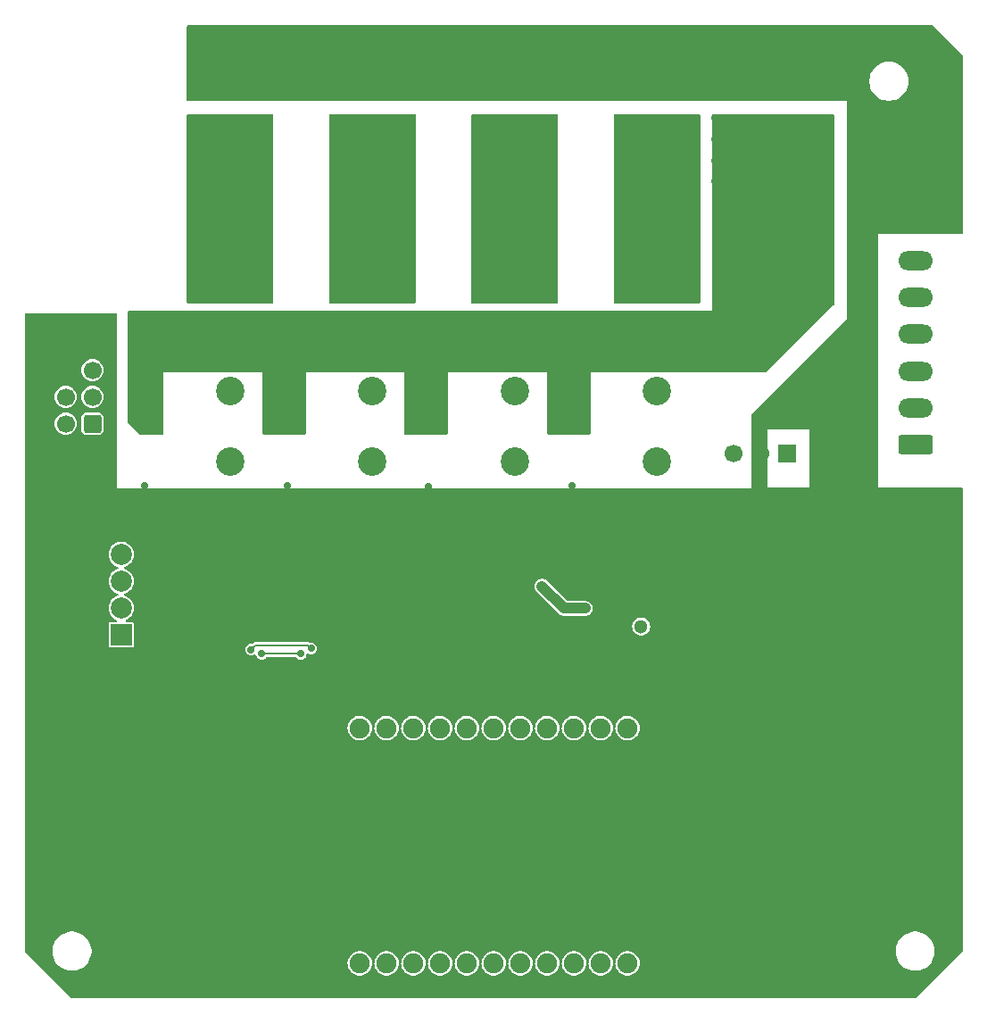
<source format=gbl>
%TF.GenerationSoftware,KiCad,Pcbnew,8.0.1*%
%TF.CreationDate,2024-04-25T22:53:37+02:00*%
%TF.ProjectId,xt60_parallelizer,78743630-5f70-4617-9261-6c6c656c697a,rev?*%
%TF.SameCoordinates,Original*%
%TF.FileFunction,Copper,L2,Bot*%
%TF.FilePolarity,Positive*%
%FSLAX46Y46*%
G04 Gerber Fmt 4.6, Leading zero omitted, Abs format (unit mm)*
G04 Created by KiCad (PCBNEW 8.0.1) date 2024-04-25 22:53:37*
%MOMM*%
%LPD*%
G01*
G04 APERTURE LIST*
G04 Aperture macros list*
%AMRoundRect*
0 Rectangle with rounded corners*
0 $1 Rounding radius*
0 $2 $3 $4 $5 $6 $7 $8 $9 X,Y pos of 4 corners*
0 Add a 4 corners polygon primitive as box body*
4,1,4,$2,$3,$4,$5,$6,$7,$8,$9,$2,$3,0*
0 Add four circle primitives for the rounded corners*
1,1,$1+$1,$2,$3*
1,1,$1+$1,$4,$5*
1,1,$1+$1,$6,$7*
1,1,$1+$1,$8,$9*
0 Add four rect primitives between the rounded corners*
20,1,$1+$1,$2,$3,$4,$5,0*
20,1,$1+$1,$4,$5,$6,$7,0*
20,1,$1+$1,$6,$7,$8,$9,0*
20,1,$1+$1,$8,$9,$2,$3,0*%
G04 Aperture macros list end*
%TA.AperFunction,ComponentPad*%
%ADD10C,1.900000*%
%TD*%
%TA.AperFunction,ComponentPad*%
%ADD11C,6.000000*%
%TD*%
%TA.AperFunction,ComponentPad*%
%ADD12RoundRect,0.250000X0.600000X0.600000X-0.600000X0.600000X-0.600000X-0.600000X0.600000X-0.600000X0*%
%TD*%
%TA.AperFunction,ComponentPad*%
%ADD13C,1.700000*%
%TD*%
%TA.AperFunction,ComponentPad*%
%ADD14RoundRect,0.675000X-0.675000X0.675000X-0.675000X-0.675000X0.675000X-0.675000X0.675000X0.675000X0*%
%TD*%
%TA.AperFunction,ComponentPad*%
%ADD15C,2.700000*%
%TD*%
%TA.AperFunction,ComponentPad*%
%ADD16R,1.700000X1.700000*%
%TD*%
%TA.AperFunction,ComponentPad*%
%ADD17C,1.300000*%
%TD*%
%TA.AperFunction,ComponentPad*%
%ADD18RoundRect,0.250000X1.400000X-0.650000X1.400000X0.650000X-1.400000X0.650000X-1.400000X-0.650000X0*%
%TD*%
%TA.AperFunction,ComponentPad*%
%ADD19O,3.300000X1.800000*%
%TD*%
%TA.AperFunction,ComponentPad*%
%ADD20R,2.000000X2.000000*%
%TD*%
%TA.AperFunction,ComponentPad*%
%ADD21C,2.000000*%
%TD*%
%TA.AperFunction,ViaPad*%
%ADD22C,0.700000*%
%TD*%
%TA.AperFunction,Conductor*%
%ADD23C,1.000000*%
%TD*%
%TA.AperFunction,Conductor*%
%ADD24C,0.200000*%
%TD*%
G04 APERTURE END LIST*
D10*
%TO.P,U11,1,COM2*%
%TO.N,/DISP_COM4*%
X132300000Y-141150000D03*
%TO.P,U11,2,COM3*%
%TO.N,/DISP_COM3*%
X134840000Y-141150000D03*
%TO.P,U11,3,3*%
%TO.N,Net-(U9-SEG0)*%
X137380000Y-141150000D03*
%TO.P,U11,4,4*%
%TO.N,Net-(U9-SEG1)*%
X139920000Y-141150000D03*
%TO.P,U11,5,5*%
%TO.N,Net-(U9-SEG2)*%
X142460000Y-141150000D03*
%TO.P,U11,6,6*%
%TO.N,Net-(U9-SEG3)*%
X145000000Y-141150000D03*
%TO.P,U11,7,7*%
%TO.N,Net-(U9-SEG4)*%
X147540000Y-141150000D03*
%TO.P,U11,8,8*%
%TO.N,Net-(U9-SEG5)*%
X150080000Y-141150000D03*
%TO.P,U11,9,9*%
%TO.N,Net-(U9-SEG6)*%
X152620000Y-141150000D03*
%TO.P,U11,10,10*%
%TO.N,Net-(U9-SEG7)*%
X155160000Y-141150000D03*
%TO.P,U11,11,11*%
%TO.N,Net-(U9-SEG8)*%
X157700000Y-141150000D03*
%TO.P,U11,12,12*%
%TO.N,Net-(U9-SEG9)*%
X157700000Y-118850000D03*
%TO.P,U11,13,13*%
%TO.N,Net-(U9-SEG10)*%
X155160000Y-118850000D03*
%TO.P,U11,14,14*%
%TO.N,Net-(U9-SEG11)*%
X152620000Y-118850000D03*
%TO.P,U11,15,15*%
%TO.N,Net-(U9-SEG12)*%
X150080000Y-118850000D03*
%TO.P,U11,16,16*%
%TO.N,Net-(U9-SEG13)*%
X147540000Y-118850000D03*
%TO.P,U11,17,17*%
%TO.N,Net-(U9-SEG14)*%
X145000000Y-118850000D03*
%TO.P,U11,18,18*%
%TO.N,Net-(U9-SEG15)*%
X142460000Y-118850000D03*
%TO.P,U11,19,19*%
%TO.N,Net-(U9-SEG16)*%
X139920000Y-118850000D03*
%TO.P,U11,20,20*%
%TO.N,Net-(U9-SEG17)*%
X137380000Y-118850000D03*
%TO.P,U11,21,COM0*%
%TO.N,/DISP_COM2*%
X134840000Y-118850000D03*
%TO.P,U11,22,COM1*%
%TO.N,/DISP_COM1*%
X132300000Y-118850000D03*
%TD*%
D11*
%TO.P,BT1,1,+*%
%TO.N,Net-(BT1-+)*%
X120000000Y-63600000D03*
%TO.P,BT1,2,-*%
%TO.N,GND*%
X120000000Y-56400000D03*
%TD*%
D12*
%TO.P,J2,1,DATA*%
%TO.N,/UPDI*%
X106940000Y-89980000D03*
D13*
%TO.P,J2,2,VCC*%
%TO.N,+5V*%
X104400000Y-89980000D03*
%TO.P,J2,3,NC*%
%TO.N,unconnected-(J2-NC-Pad3)*%
X106940000Y-87440000D03*
%TO.P,J2,4,NC*%
%TO.N,unconnected-(J2-NC-Pad4)*%
X104400000Y-87440000D03*
%TO.P,J2,5,NC*%
%TO.N,unconnected-(J2-NC-Pad5)*%
X106940000Y-84900000D03*
%TO.P,J2,6,GND*%
%TO.N,GND*%
X104400000Y-84900000D03*
%TD*%
D14*
%TO.P,F4,1*%
%TO.N,Net-(BT4-+)*%
X160500000Y-70500000D03*
X160500000Y-77260000D03*
D15*
%TO.P,F4,2*%
%TO.N,Net-(F4-Pad2)*%
X160500000Y-86850000D03*
X160500000Y-93610000D03*
%TD*%
D11*
%TO.P,BT2,1,+*%
%TO.N,Net-(BT2-+)*%
X133500000Y-63600000D03*
%TO.P,BT2,2,-*%
%TO.N,GND*%
X133500000Y-56400000D03*
%TD*%
%TO.P,BT3,1,+*%
%TO.N,Net-(BT3-+)*%
X147000000Y-63600000D03*
%TO.P,BT3,2,-*%
%TO.N,GND*%
X147000000Y-56400000D03*
%TD*%
%TO.P,BT4,1,+*%
%TO.N,Net-(BT4-+)*%
X160500000Y-63600000D03*
%TO.P,BT4,2,-*%
%TO.N,GND*%
X160500000Y-56400000D03*
%TD*%
D14*
%TO.P,F3,1*%
%TO.N,Net-(BT3-+)*%
X147000000Y-70500000D03*
X147000000Y-77260000D03*
D15*
%TO.P,F3,2*%
%TO.N,Net-(F3-Pad2)*%
X147000000Y-86850000D03*
X147000000Y-93610000D03*
%TD*%
D16*
%TO.P,U5,1,VIN*%
%TO.N,VCC*%
X172840000Y-92850000D03*
D13*
%TO.P,U5,2,GND*%
%TO.N,GND*%
X170300000Y-92850000D03*
%TO.P,U5,3,+VO*%
%TO.N,+5V*%
X167760000Y-92850000D03*
%TD*%
D11*
%TO.P,J3,1,Pin_1*%
%TO.N,/XT60 Channel/+VOUT*%
X173000000Y-63600000D03*
%TO.P,J3,2,Pin_2*%
%TO.N,GND*%
X173000000Y-56400000D03*
%TD*%
D17*
%TO.P,BZ1,1,-*%
%TO.N,/BUZZER*%
X159000000Y-109200000D03*
%TO.P,BZ1,2,+*%
%TO.N,GND*%
X164000000Y-109200000D03*
%TD*%
D14*
%TO.P,F2,1*%
%TO.N,Net-(BT2-+)*%
X133500000Y-70500000D03*
X133500000Y-77260000D03*
D15*
%TO.P,F2,2*%
%TO.N,Net-(F2-Pad2)*%
X133500000Y-86850000D03*
X133500000Y-93610000D03*
%TD*%
D14*
%TO.P,F1,1*%
%TO.N,Net-(BT1-+)*%
X120000000Y-70500000D03*
X120000000Y-77260000D03*
D15*
%TO.P,F1,2*%
%TO.N,Net-(F1-Pad2)*%
X120000000Y-86850000D03*
X120000000Y-93610000D03*
%TD*%
D18*
%TO.P,J1,1,Pin_1*%
%TO.N,Net-(J1-Pin_1)*%
X185000000Y-92000000D03*
D19*
%TO.P,J1,2,Pin_2*%
%TO.N,Net-(J1-Pin_2)*%
X185000000Y-88500000D03*
%TO.P,J1,3,Pin_3*%
%TO.N,Net-(J1-Pin_3)*%
X185000000Y-85000000D03*
%TO.P,J1,4,Pin_4*%
%TO.N,Net-(J1-Pin_4)*%
X185000000Y-81500000D03*
%TO.P,J1,5,Pin_5*%
%TO.N,Net-(J1-Pin_5)*%
X185000000Y-78000000D03*
%TO.P,J1,6,Pin_6*%
%TO.N,Net-(J1-Pin_6)*%
X185000000Y-74500000D03*
%TO.P,J1,7,Pin_7*%
%TO.N,GND*%
X185000000Y-71000000D03*
%TD*%
D20*
%TO.P,SW1,1*%
%TO.N,/SW_DIP1*%
X109667500Y-110000000D03*
D21*
%TO.P,SW1,2*%
%TO.N,/SW_DIP2*%
X109667500Y-107460000D03*
%TO.P,SW1,3*%
%TO.N,/SW_DIP3*%
X109667500Y-104920000D03*
%TO.P,SW1,4*%
%TO.N,/SW_DIP4*%
X109667500Y-102380000D03*
%TO.P,SW1,5*%
%TO.N,GND*%
X102047500Y-102380000D03*
%TO.P,SW1,6*%
X102047500Y-104920000D03*
%TO.P,SW1,7*%
X102047500Y-107460000D03*
%TO.P,SW1,8*%
X102047500Y-110000000D03*
%TD*%
D22*
%TO.N,Net-(BT1-+)*%
X123000000Y-68000000D03*
X117000000Y-68000000D03*
X120000000Y-68000000D03*
%TO.N,GND*%
X169000000Y-56000000D03*
X127000000Y-58000000D03*
X167000000Y-54000000D03*
X118700000Y-98400000D03*
X165000000Y-54000000D03*
X128930000Y-107355000D03*
X142000000Y-58000000D03*
X140000000Y-54000000D03*
X132300000Y-98400000D03*
X136330000Y-107355000D03*
X153000000Y-56000000D03*
X126200000Y-116700000D03*
X167000000Y-58000000D03*
X147000000Y-98400000D03*
X124750000Y-115275000D03*
X142000000Y-56000000D03*
X169000000Y-54000000D03*
X122700000Y-98400000D03*
X138000000Y-58000000D03*
X125400000Y-95900000D03*
X171000000Y-96900000D03*
X159300000Y-98400000D03*
X111900000Y-95900000D03*
X136105000Y-98375000D03*
X167000000Y-56000000D03*
X138000000Y-54000000D03*
X145705000Y-98375000D03*
X109100000Y-98400000D03*
X188000000Y-103800000D03*
X124000000Y-54000000D03*
X160400000Y-99600000D03*
X151000000Y-54000000D03*
X134430000Y-109355000D03*
X165000000Y-56000000D03*
X153000000Y-54000000D03*
X155000000Y-58000000D03*
X124000000Y-58000000D03*
X152400000Y-95900000D03*
X124630000Y-107355000D03*
X144000000Y-112800000D03*
X151000000Y-56000000D03*
X169000000Y-58000000D03*
X183200000Y-103800000D03*
X155000000Y-56000000D03*
X130000000Y-54000000D03*
X140000000Y-58000000D03*
X123300000Y-113800000D03*
X126730000Y-107355000D03*
X155000000Y-54000000D03*
X138000000Y-56000000D03*
X130000000Y-58000000D03*
X157300000Y-112800000D03*
X166500000Y-99600000D03*
X151000000Y-58000000D03*
X123300000Y-116700000D03*
X127000000Y-54000000D03*
X140000000Y-56000000D03*
X142000000Y-54000000D03*
X153000000Y-58000000D03*
X138805000Y-95975000D03*
X168300000Y-96700000D03*
X165000000Y-58000000D03*
X126200000Y-113800000D03*
%TO.N,Net-(BT2-+)*%
X137000000Y-68000000D03*
X131000000Y-68000000D03*
X134000000Y-68000000D03*
%TO.N,Net-(BT3-+)*%
X147000000Y-68000000D03*
X144000000Y-68000000D03*
X150000000Y-68000000D03*
%TO.N,Net-(BT4-+)*%
X160000000Y-68000000D03*
X157000000Y-68000000D03*
X163000000Y-68000000D03*
%TO.N,+5V*%
X149600000Y-105400000D03*
X153700000Y-107500000D03*
%TO.N,/SPI_SCL*%
X123000000Y-111800000D03*
X126700000Y-111800000D03*
%TO.N,/SPI_nCS*%
X122000000Y-111400000D03*
X127700000Y-111300000D03*
%TO.N,/XT60 Channel/+VOUT*%
X137500000Y-82500000D03*
X126000000Y-87000000D03*
X127500000Y-80000000D03*
X166000000Y-67000000D03*
X167500000Y-75000000D03*
X137500000Y-80000000D03*
X138500000Y-86000000D03*
X112000000Y-87000000D03*
X111000000Y-89000000D03*
X151000000Y-87000000D03*
X112500000Y-82500000D03*
X167500000Y-70000000D03*
X112000000Y-85000000D03*
X140000000Y-85000000D03*
X176000000Y-67000000D03*
X172500000Y-82500000D03*
X152000000Y-85000000D03*
X122500000Y-80000000D03*
X112500000Y-80000000D03*
X172500000Y-80000000D03*
X167500000Y-80000000D03*
X139000000Y-85000000D03*
X137000000Y-89000000D03*
X112500000Y-86000000D03*
X152500000Y-86000000D03*
X137000000Y-87000000D03*
X124000000Y-89000000D03*
X167500000Y-77500000D03*
X168000000Y-63000000D03*
X172500000Y-75000000D03*
X125000000Y-87000000D03*
X168000000Y-67000000D03*
X153000000Y-87000000D03*
X111000000Y-85000000D03*
X138000000Y-87000000D03*
X153000000Y-85000000D03*
X162500000Y-82500000D03*
X162500000Y-80000000D03*
X137500000Y-86000000D03*
X170000000Y-67000000D03*
X142500000Y-80000000D03*
X124500000Y-86000000D03*
X157500000Y-80000000D03*
X170000000Y-61000000D03*
X172500000Y-77500000D03*
X139000000Y-87000000D03*
X151500000Y-86000000D03*
X172500000Y-72500000D03*
X152500000Y-80000000D03*
X151000000Y-85000000D03*
X167500000Y-82500000D03*
X125500000Y-86000000D03*
X122500000Y-82500000D03*
X113000000Y-87000000D03*
X124000000Y-87000000D03*
X152500000Y-82500000D03*
X166000000Y-63000000D03*
X111000000Y-87000000D03*
X139500000Y-86000000D03*
X151000000Y-89000000D03*
X167500000Y-72500000D03*
X166000000Y-61000000D03*
X117500000Y-82500000D03*
X152000000Y-87000000D03*
X140000000Y-87000000D03*
X138000000Y-85000000D03*
X147500000Y-80000000D03*
X172500000Y-70000000D03*
X125000000Y-85000000D03*
X113000000Y-85000000D03*
X168000000Y-65000000D03*
X127500000Y-82500000D03*
X147500000Y-82500000D03*
X126000000Y-85000000D03*
X117500000Y-80000000D03*
X157500000Y-82500000D03*
X132500000Y-80000000D03*
X137000000Y-85000000D03*
X168000000Y-61000000D03*
X166000000Y-65000000D03*
X111500000Y-86000000D03*
X142500000Y-82500000D03*
X176000000Y-61000000D03*
X124000000Y-85000000D03*
X132500000Y-82500000D03*
%TD*%
D23*
%TO.N,+5V*%
X149600000Y-105400000D02*
X151700000Y-107500000D01*
X151700000Y-107500000D02*
X153700000Y-107500000D01*
D24*
%TO.N,/SPI_SCL*%
X123000000Y-111800000D02*
X126700000Y-111800000D01*
%TO.N,/SPI_nCS*%
X127400000Y-111000000D02*
X127700000Y-111300000D01*
X122000000Y-111400000D02*
X122400000Y-111000000D01*
X125800000Y-111000000D02*
X127400000Y-111000000D01*
X122400000Y-111000000D02*
X125800000Y-111000000D01*
%TD*%
%TA.AperFunction,Conductor*%
%TO.N,GND*%
G36*
X169000000Y-59400000D02*
G01*
X116024000Y-59400000D01*
X115956961Y-59380315D01*
X115911206Y-59327511D01*
X115900000Y-59276000D01*
X115900000Y-52324000D01*
X115919685Y-52256961D01*
X115972489Y-52211206D01*
X116024000Y-52200000D01*
X169000000Y-52200000D01*
X169000000Y-59400000D01*
G37*
%TD.AperFunction*%
%TD*%
%TA.AperFunction,Conductor*%
%TO.N,Net-(BT2-+)*%
G36*
X137543039Y-60619685D02*
G01*
X137588794Y-60672489D01*
X137600000Y-60724000D01*
X137600000Y-78476000D01*
X137580315Y-78543039D01*
X137527511Y-78588794D01*
X137476000Y-78600000D01*
X129524000Y-78600000D01*
X129456961Y-78580315D01*
X129411206Y-78527511D01*
X129400000Y-78476000D01*
X129400000Y-60724000D01*
X129419685Y-60656961D01*
X129472489Y-60611206D01*
X129524000Y-60600000D01*
X137476000Y-60600000D01*
X137543039Y-60619685D01*
G37*
%TD.AperFunction*%
%TD*%
%TA.AperFunction,Conductor*%
%TO.N,Net-(BT1-+)*%
G36*
X124043039Y-60619685D02*
G01*
X124088794Y-60672489D01*
X124100000Y-60724000D01*
X124100000Y-78476000D01*
X124080315Y-78543039D01*
X124027511Y-78588794D01*
X123976000Y-78600000D01*
X116024000Y-78600000D01*
X115956961Y-78580315D01*
X115911206Y-78527511D01*
X115900000Y-78476000D01*
X115900000Y-60724000D01*
X115919685Y-60656961D01*
X115972489Y-60611206D01*
X116024000Y-60600000D01*
X123976000Y-60600000D01*
X124043039Y-60619685D01*
G37*
%TD.AperFunction*%
%TD*%
%TA.AperFunction,Conductor*%
%TO.N,Net-(BT3-+)*%
G36*
X151043039Y-60619685D02*
G01*
X151088794Y-60672489D01*
X151100000Y-60724000D01*
X151100000Y-78476000D01*
X151080315Y-78543039D01*
X151027511Y-78588794D01*
X150976000Y-78600000D01*
X143024000Y-78600000D01*
X142956961Y-78580315D01*
X142911206Y-78527511D01*
X142900000Y-78476000D01*
X142900000Y-60724000D01*
X142919685Y-60656961D01*
X142972489Y-60611206D01*
X143024000Y-60600000D01*
X150976000Y-60600000D01*
X151043039Y-60619685D01*
G37*
%TD.AperFunction*%
%TD*%
%TA.AperFunction,Conductor*%
%TO.N,Net-(BT4-+)*%
G36*
X164543039Y-60619685D02*
G01*
X164588794Y-60672489D01*
X164600000Y-60724000D01*
X164600000Y-78476000D01*
X164580315Y-78543039D01*
X164527511Y-78588794D01*
X164476000Y-78600000D01*
X156524000Y-78600000D01*
X156456961Y-78580315D01*
X156411206Y-78527511D01*
X156400000Y-78476000D01*
X156400000Y-60724000D01*
X156419685Y-60656961D01*
X156472489Y-60611206D01*
X156524000Y-60600000D01*
X164476000Y-60600000D01*
X164543039Y-60619685D01*
G37*
%TD.AperFunction*%
%TD*%
%TA.AperFunction,Conductor*%
%TO.N,/XT60 Channel/+VOUT*%
G36*
X177243039Y-60619685D02*
G01*
X177288794Y-60672489D01*
X177300000Y-60724000D01*
X177300000Y-78648638D01*
X177280315Y-78715677D01*
X177263681Y-78736319D01*
X170936319Y-85063681D01*
X170874996Y-85097166D01*
X170848638Y-85100000D01*
X154200000Y-85100000D01*
X154200000Y-90876000D01*
X154180315Y-90943039D01*
X154127511Y-90988794D01*
X154076000Y-91000000D01*
X150224000Y-91000000D01*
X150156961Y-90980315D01*
X150111206Y-90927511D01*
X150100000Y-90876000D01*
X150100000Y-85100000D01*
X140700000Y-85100000D01*
X140700000Y-90876000D01*
X140680315Y-90943039D01*
X140627511Y-90988794D01*
X140576000Y-91000000D01*
X136624000Y-91000000D01*
X136556961Y-90980315D01*
X136511206Y-90927511D01*
X136500000Y-90876000D01*
X136500000Y-85100000D01*
X127200000Y-85100000D01*
X127200000Y-90876000D01*
X127180315Y-90943039D01*
X127127511Y-90988794D01*
X127076000Y-91000000D01*
X123224000Y-91000000D01*
X123156961Y-90980315D01*
X123111206Y-90927511D01*
X123100000Y-90876000D01*
X123100000Y-85100000D01*
X113700000Y-85100000D01*
X113700000Y-90876000D01*
X113680315Y-90943039D01*
X113627511Y-90988794D01*
X113576000Y-91000000D01*
X111451362Y-91000000D01*
X111384323Y-90980315D01*
X111363681Y-90963681D01*
X110336319Y-89936319D01*
X110302834Y-89874996D01*
X110300000Y-89848638D01*
X110300000Y-79374000D01*
X110319685Y-79306961D01*
X110372489Y-79261206D01*
X110424000Y-79250000D01*
X165750000Y-79250000D01*
X165750000Y-60724000D01*
X165769685Y-60656961D01*
X165822489Y-60611206D01*
X165874000Y-60600000D01*
X177176000Y-60600000D01*
X177243039Y-60619685D01*
G37*
%TD.AperFunction*%
%TD*%
%TA.AperFunction,Conductor*%
%TO.N,GND*%
G36*
X186715677Y-52219685D02*
G01*
X186736319Y-52236319D01*
X189463681Y-54963681D01*
X189497166Y-55025004D01*
X189500000Y-55051362D01*
X189500000Y-71876000D01*
X189480315Y-71943039D01*
X189427511Y-71988794D01*
X189376000Y-72000000D01*
X181500000Y-72000000D01*
X181500000Y-96000000D01*
X189376000Y-96000000D01*
X189443039Y-96019685D01*
X189488794Y-96072489D01*
X189500000Y-96124000D01*
X189500000Y-139948638D01*
X189480315Y-140015677D01*
X189463681Y-140036319D01*
X185036319Y-144463681D01*
X184974996Y-144497166D01*
X184948638Y-144500000D01*
X105051362Y-144500000D01*
X104984323Y-144480315D01*
X104963681Y-144463681D01*
X100621288Y-140121288D01*
X103149500Y-140121288D01*
X103181161Y-140361785D01*
X103243947Y-140596104D01*
X103336773Y-140820205D01*
X103336776Y-140820212D01*
X103458064Y-141030289D01*
X103458066Y-141030292D01*
X103458067Y-141030293D01*
X103605733Y-141222736D01*
X103605739Y-141222743D01*
X103777256Y-141394260D01*
X103777262Y-141394265D01*
X103969711Y-141541936D01*
X104179788Y-141663224D01*
X104403900Y-141756054D01*
X104638211Y-141818838D01*
X104818586Y-141842584D01*
X104878711Y-141850500D01*
X104878712Y-141850500D01*
X105121289Y-141850500D01*
X105169388Y-141844167D01*
X105361789Y-141818838D01*
X105596100Y-141756054D01*
X105820212Y-141663224D01*
X106030289Y-141541936D01*
X106222738Y-141394265D01*
X106394265Y-141222738D01*
X106450079Y-141150000D01*
X131144571Y-141150000D01*
X131164244Y-141362310D01*
X131222596Y-141567392D01*
X131222596Y-141567394D01*
X131317632Y-141758253D01*
X131446127Y-141928406D01*
X131446128Y-141928407D01*
X131603698Y-142072052D01*
X131784981Y-142184298D01*
X131983802Y-142261321D01*
X132193390Y-142300500D01*
X132193392Y-142300500D01*
X132406608Y-142300500D01*
X132406610Y-142300500D01*
X132616198Y-142261321D01*
X132815019Y-142184298D01*
X132996302Y-142072052D01*
X133153872Y-141928407D01*
X133282366Y-141758255D01*
X133283463Y-141756052D01*
X133377403Y-141567394D01*
X133377403Y-141567393D01*
X133377405Y-141567389D01*
X133435756Y-141362310D01*
X133446529Y-141246047D01*
X133472315Y-141181111D01*
X133514622Y-141150804D01*
X133623130Y-141150804D01*
X133659503Y-141171668D01*
X133691693Y-141233681D01*
X133693471Y-141246048D01*
X133704244Y-141362310D01*
X133762596Y-141567392D01*
X133762596Y-141567394D01*
X133857632Y-141758253D01*
X133986127Y-141928406D01*
X133986128Y-141928407D01*
X134143698Y-142072052D01*
X134324981Y-142184298D01*
X134523802Y-142261321D01*
X134733390Y-142300500D01*
X134733392Y-142300500D01*
X134946608Y-142300500D01*
X134946610Y-142300500D01*
X135156198Y-142261321D01*
X135355019Y-142184298D01*
X135536302Y-142072052D01*
X135693872Y-141928407D01*
X135822366Y-141758255D01*
X135823463Y-141756052D01*
X135917403Y-141567394D01*
X135917403Y-141567393D01*
X135917405Y-141567389D01*
X135975756Y-141362310D01*
X135986529Y-141246047D01*
X136012315Y-141181111D01*
X136054622Y-141150804D01*
X136163130Y-141150804D01*
X136199503Y-141171668D01*
X136231693Y-141233681D01*
X136233471Y-141246048D01*
X136244244Y-141362310D01*
X136302596Y-141567392D01*
X136302596Y-141567394D01*
X136397632Y-141758253D01*
X136526127Y-141928406D01*
X136526128Y-141928407D01*
X136683698Y-142072052D01*
X136864981Y-142184298D01*
X137063802Y-142261321D01*
X137273390Y-142300500D01*
X137273392Y-142300500D01*
X137486608Y-142300500D01*
X137486610Y-142300500D01*
X137696198Y-142261321D01*
X137895019Y-142184298D01*
X138076302Y-142072052D01*
X138233872Y-141928407D01*
X138362366Y-141758255D01*
X138363463Y-141756052D01*
X138457403Y-141567394D01*
X138457403Y-141567393D01*
X138457405Y-141567389D01*
X138515756Y-141362310D01*
X138526529Y-141246047D01*
X138552315Y-141181111D01*
X138594622Y-141150804D01*
X138703130Y-141150804D01*
X138739503Y-141171668D01*
X138771693Y-141233681D01*
X138773471Y-141246048D01*
X138784244Y-141362310D01*
X138842596Y-141567392D01*
X138842596Y-141567394D01*
X138937632Y-141758253D01*
X139066127Y-141928406D01*
X139066128Y-141928407D01*
X139223698Y-142072052D01*
X139404981Y-142184298D01*
X139603802Y-142261321D01*
X139813390Y-142300500D01*
X139813392Y-142300500D01*
X140026608Y-142300500D01*
X140026610Y-142300500D01*
X140236198Y-142261321D01*
X140435019Y-142184298D01*
X140616302Y-142072052D01*
X140773872Y-141928407D01*
X140902366Y-141758255D01*
X140903463Y-141756052D01*
X140997403Y-141567394D01*
X140997403Y-141567393D01*
X140997405Y-141567389D01*
X141055756Y-141362310D01*
X141066529Y-141246047D01*
X141092315Y-141181111D01*
X141134622Y-141150804D01*
X141243130Y-141150804D01*
X141279503Y-141171668D01*
X141311693Y-141233681D01*
X141313471Y-141246048D01*
X141324244Y-141362310D01*
X141382596Y-141567392D01*
X141382596Y-141567394D01*
X141477632Y-141758253D01*
X141606127Y-141928406D01*
X141606128Y-141928407D01*
X141763698Y-142072052D01*
X141944981Y-142184298D01*
X142143802Y-142261321D01*
X142353390Y-142300500D01*
X142353392Y-142300500D01*
X142566608Y-142300500D01*
X142566610Y-142300500D01*
X142776198Y-142261321D01*
X142975019Y-142184298D01*
X143156302Y-142072052D01*
X143313872Y-141928407D01*
X143442366Y-141758255D01*
X143443463Y-141756052D01*
X143537403Y-141567394D01*
X143537403Y-141567393D01*
X143537405Y-141567389D01*
X143595756Y-141362310D01*
X143606529Y-141246047D01*
X143632315Y-141181111D01*
X143674622Y-141150804D01*
X143783130Y-141150804D01*
X143819503Y-141171668D01*
X143851693Y-141233681D01*
X143853471Y-141246048D01*
X143864244Y-141362310D01*
X143922596Y-141567392D01*
X143922596Y-141567394D01*
X144017632Y-141758253D01*
X144146127Y-141928406D01*
X144146128Y-141928407D01*
X144303698Y-142072052D01*
X144484981Y-142184298D01*
X144683802Y-142261321D01*
X144893390Y-142300500D01*
X144893392Y-142300500D01*
X145106608Y-142300500D01*
X145106610Y-142300500D01*
X145316198Y-142261321D01*
X145515019Y-142184298D01*
X145696302Y-142072052D01*
X145853872Y-141928407D01*
X145982366Y-141758255D01*
X145983463Y-141756052D01*
X146077403Y-141567394D01*
X146077403Y-141567393D01*
X146077405Y-141567389D01*
X146135756Y-141362310D01*
X146146529Y-141246047D01*
X146172315Y-141181111D01*
X146214622Y-141150804D01*
X146323130Y-141150804D01*
X146359503Y-141171668D01*
X146391693Y-141233681D01*
X146393471Y-141246048D01*
X146404244Y-141362310D01*
X146462596Y-141567392D01*
X146462596Y-141567394D01*
X146557632Y-141758253D01*
X146686127Y-141928406D01*
X146686128Y-141928407D01*
X146843698Y-142072052D01*
X147024981Y-142184298D01*
X147223802Y-142261321D01*
X147433390Y-142300500D01*
X147433392Y-142300500D01*
X147646608Y-142300500D01*
X147646610Y-142300500D01*
X147856198Y-142261321D01*
X148055019Y-142184298D01*
X148236302Y-142072052D01*
X148393872Y-141928407D01*
X148522366Y-141758255D01*
X148523463Y-141756052D01*
X148617403Y-141567394D01*
X148617403Y-141567393D01*
X148617405Y-141567389D01*
X148675756Y-141362310D01*
X148686529Y-141246047D01*
X148712315Y-141181111D01*
X148754622Y-141150804D01*
X148863130Y-141150804D01*
X148899503Y-141171668D01*
X148931693Y-141233681D01*
X148933471Y-141246048D01*
X148944244Y-141362310D01*
X149002596Y-141567392D01*
X149002596Y-141567394D01*
X149097632Y-141758253D01*
X149226127Y-141928406D01*
X149226128Y-141928407D01*
X149383698Y-142072052D01*
X149564981Y-142184298D01*
X149763802Y-142261321D01*
X149973390Y-142300500D01*
X149973392Y-142300500D01*
X150186608Y-142300500D01*
X150186610Y-142300500D01*
X150396198Y-142261321D01*
X150595019Y-142184298D01*
X150776302Y-142072052D01*
X150933872Y-141928407D01*
X151062366Y-141758255D01*
X151063463Y-141756052D01*
X151157403Y-141567394D01*
X151157403Y-141567393D01*
X151157405Y-141567389D01*
X151215756Y-141362310D01*
X151226529Y-141246047D01*
X151252315Y-141181111D01*
X151294622Y-141150804D01*
X151403130Y-141150804D01*
X151439503Y-141171668D01*
X151471693Y-141233681D01*
X151473471Y-141246048D01*
X151484244Y-141362310D01*
X151542596Y-141567392D01*
X151542596Y-141567394D01*
X151637632Y-141758253D01*
X151766127Y-141928406D01*
X151766128Y-141928407D01*
X151923698Y-142072052D01*
X152104981Y-142184298D01*
X152303802Y-142261321D01*
X152513390Y-142300500D01*
X152513392Y-142300500D01*
X152726608Y-142300500D01*
X152726610Y-142300500D01*
X152936198Y-142261321D01*
X153135019Y-142184298D01*
X153316302Y-142072052D01*
X153473872Y-141928407D01*
X153602366Y-141758255D01*
X153603463Y-141756052D01*
X153697403Y-141567394D01*
X153697403Y-141567393D01*
X153697405Y-141567389D01*
X153755756Y-141362310D01*
X153766529Y-141246047D01*
X153792315Y-141181111D01*
X153834622Y-141150804D01*
X153943130Y-141150804D01*
X153979503Y-141171668D01*
X154011693Y-141233681D01*
X154013471Y-141246048D01*
X154024244Y-141362310D01*
X154082596Y-141567392D01*
X154082596Y-141567394D01*
X154177632Y-141758253D01*
X154306127Y-141928406D01*
X154306128Y-141928407D01*
X154463698Y-142072052D01*
X154644981Y-142184298D01*
X154843802Y-142261321D01*
X155053390Y-142300500D01*
X155053392Y-142300500D01*
X155266608Y-142300500D01*
X155266610Y-142300500D01*
X155476198Y-142261321D01*
X155675019Y-142184298D01*
X155856302Y-142072052D01*
X156013872Y-141928407D01*
X156142366Y-141758255D01*
X156143463Y-141756052D01*
X156237403Y-141567394D01*
X156237403Y-141567393D01*
X156237405Y-141567389D01*
X156295756Y-141362310D01*
X156306529Y-141246047D01*
X156332315Y-141181111D01*
X156374622Y-141150804D01*
X156483130Y-141150804D01*
X156519503Y-141171668D01*
X156551693Y-141233681D01*
X156553471Y-141246048D01*
X156564244Y-141362310D01*
X156622596Y-141567392D01*
X156622596Y-141567394D01*
X156717632Y-141758253D01*
X156846127Y-141928406D01*
X156846128Y-141928407D01*
X157003698Y-142072052D01*
X157184981Y-142184298D01*
X157383802Y-142261321D01*
X157593390Y-142300500D01*
X157593392Y-142300500D01*
X157806608Y-142300500D01*
X157806610Y-142300500D01*
X158016198Y-142261321D01*
X158215019Y-142184298D01*
X158396302Y-142072052D01*
X158553872Y-141928407D01*
X158682366Y-141758255D01*
X158683463Y-141756052D01*
X158777403Y-141567394D01*
X158777403Y-141567393D01*
X158777405Y-141567389D01*
X158835756Y-141362310D01*
X158855429Y-141150000D01*
X158835756Y-140937690D01*
X158777405Y-140732611D01*
X158777403Y-140732606D01*
X158777403Y-140732605D01*
X158682367Y-140541746D01*
X158553872Y-140371593D01*
X158543113Y-140361785D01*
X158396302Y-140227948D01*
X158224041Y-140121288D01*
X183149500Y-140121288D01*
X183181161Y-140361785D01*
X183243947Y-140596104D01*
X183336773Y-140820205D01*
X183336776Y-140820212D01*
X183458064Y-141030289D01*
X183458066Y-141030292D01*
X183458067Y-141030293D01*
X183605733Y-141222736D01*
X183605739Y-141222743D01*
X183777256Y-141394260D01*
X183777262Y-141394265D01*
X183969711Y-141541936D01*
X184179788Y-141663224D01*
X184403900Y-141756054D01*
X184638211Y-141818838D01*
X184818586Y-141842584D01*
X184878711Y-141850500D01*
X184878712Y-141850500D01*
X185121289Y-141850500D01*
X185169388Y-141844167D01*
X185361789Y-141818838D01*
X185596100Y-141756054D01*
X185820212Y-141663224D01*
X186030289Y-141541936D01*
X186222738Y-141394265D01*
X186394265Y-141222738D01*
X186541936Y-141030289D01*
X186663224Y-140820212D01*
X186756054Y-140596100D01*
X186818838Y-140361789D01*
X186850500Y-140121288D01*
X186850500Y-139878712D01*
X186818838Y-139638211D01*
X186756054Y-139403900D01*
X186663224Y-139179788D01*
X186541936Y-138969711D01*
X186394265Y-138777262D01*
X186394260Y-138777256D01*
X186222743Y-138605739D01*
X186222736Y-138605733D01*
X186030293Y-138458067D01*
X186030292Y-138458066D01*
X186030289Y-138458064D01*
X185820212Y-138336776D01*
X185820205Y-138336773D01*
X185596104Y-138243947D01*
X185361785Y-138181161D01*
X185121289Y-138149500D01*
X185121288Y-138149500D01*
X184878712Y-138149500D01*
X184878711Y-138149500D01*
X184638214Y-138181161D01*
X184403895Y-138243947D01*
X184179794Y-138336773D01*
X184179785Y-138336777D01*
X183969706Y-138458067D01*
X183777263Y-138605733D01*
X183777256Y-138605739D01*
X183605739Y-138777256D01*
X183605733Y-138777263D01*
X183458067Y-138969706D01*
X183336777Y-139179785D01*
X183336773Y-139179794D01*
X183243947Y-139403895D01*
X183181161Y-139638214D01*
X183149500Y-139878711D01*
X183149500Y-140121288D01*
X158224041Y-140121288D01*
X158215019Y-140115702D01*
X158215017Y-140115701D01*
X158115608Y-140077190D01*
X158016198Y-140038679D01*
X157806610Y-139999500D01*
X157593390Y-139999500D01*
X157383802Y-140038679D01*
X157383799Y-140038679D01*
X157383799Y-140038680D01*
X157184982Y-140115701D01*
X157184980Y-140115702D01*
X157003699Y-140227947D01*
X156846127Y-140371593D01*
X156717632Y-140541746D01*
X156622596Y-140732605D01*
X156622596Y-140732607D01*
X156564244Y-140937689D01*
X156553471Y-141053951D01*
X156527685Y-141118888D01*
X156483130Y-141150804D01*
X156374622Y-141150804D01*
X156376869Y-141149194D01*
X156340497Y-141128331D01*
X156308307Y-141066318D01*
X156306529Y-141053951D01*
X156304336Y-141030289D01*
X156295756Y-140937690D01*
X156237405Y-140732611D01*
X156237403Y-140732606D01*
X156237403Y-140732605D01*
X156142367Y-140541746D01*
X156013872Y-140371593D01*
X156003113Y-140361785D01*
X155856302Y-140227948D01*
X155675019Y-140115702D01*
X155675017Y-140115701D01*
X155575608Y-140077190D01*
X155476198Y-140038679D01*
X155266610Y-139999500D01*
X155053390Y-139999500D01*
X154843802Y-140038679D01*
X154843799Y-140038679D01*
X154843799Y-140038680D01*
X154644982Y-140115701D01*
X154644980Y-140115702D01*
X154463699Y-140227947D01*
X154306127Y-140371593D01*
X154177632Y-140541746D01*
X154082596Y-140732605D01*
X154082596Y-140732607D01*
X154024244Y-140937689D01*
X154013471Y-141053951D01*
X153987685Y-141118888D01*
X153943130Y-141150804D01*
X153834622Y-141150804D01*
X153836869Y-141149194D01*
X153800497Y-141128331D01*
X153768307Y-141066318D01*
X153766529Y-141053951D01*
X153764336Y-141030289D01*
X153755756Y-140937690D01*
X153697405Y-140732611D01*
X153697403Y-140732606D01*
X153697403Y-140732605D01*
X153602367Y-140541746D01*
X153473872Y-140371593D01*
X153463113Y-140361785D01*
X153316302Y-140227948D01*
X153135019Y-140115702D01*
X153135017Y-140115701D01*
X153035608Y-140077190D01*
X152936198Y-140038679D01*
X152726610Y-139999500D01*
X152513390Y-139999500D01*
X152303802Y-140038679D01*
X152303799Y-140038679D01*
X152303799Y-140038680D01*
X152104982Y-140115701D01*
X152104980Y-140115702D01*
X151923699Y-140227947D01*
X151766127Y-140371593D01*
X151637632Y-140541746D01*
X151542596Y-140732605D01*
X151542596Y-140732607D01*
X151484244Y-140937689D01*
X151473471Y-141053951D01*
X151447685Y-141118888D01*
X151403130Y-141150804D01*
X151294622Y-141150804D01*
X151296869Y-141149194D01*
X151260497Y-141128331D01*
X151228307Y-141066318D01*
X151226529Y-141053951D01*
X151224336Y-141030289D01*
X151215756Y-140937690D01*
X151157405Y-140732611D01*
X151157403Y-140732606D01*
X151157403Y-140732605D01*
X151062367Y-140541746D01*
X150933872Y-140371593D01*
X150923113Y-140361785D01*
X150776302Y-140227948D01*
X150595019Y-140115702D01*
X150595017Y-140115701D01*
X150495608Y-140077190D01*
X150396198Y-140038679D01*
X150186610Y-139999500D01*
X149973390Y-139999500D01*
X149763802Y-140038679D01*
X149763799Y-140038679D01*
X149763799Y-140038680D01*
X149564982Y-140115701D01*
X149564980Y-140115702D01*
X149383699Y-140227947D01*
X149226127Y-140371593D01*
X149097632Y-140541746D01*
X149002596Y-140732605D01*
X149002596Y-140732607D01*
X148944244Y-140937689D01*
X148933471Y-141053951D01*
X148907685Y-141118888D01*
X148863130Y-141150804D01*
X148754622Y-141150804D01*
X148756869Y-141149194D01*
X148720497Y-141128331D01*
X148688307Y-141066318D01*
X148686529Y-141053951D01*
X148684336Y-141030289D01*
X148675756Y-140937690D01*
X148617405Y-140732611D01*
X148617403Y-140732606D01*
X148617403Y-140732605D01*
X148522367Y-140541746D01*
X148393872Y-140371593D01*
X148383113Y-140361785D01*
X148236302Y-140227948D01*
X148055019Y-140115702D01*
X148055017Y-140115701D01*
X147955608Y-140077190D01*
X147856198Y-140038679D01*
X147646610Y-139999500D01*
X147433390Y-139999500D01*
X147223802Y-140038679D01*
X147223799Y-140038679D01*
X147223799Y-140038680D01*
X147024982Y-140115701D01*
X147024980Y-140115702D01*
X146843699Y-140227947D01*
X146686127Y-140371593D01*
X146557632Y-140541746D01*
X146462596Y-140732605D01*
X146462596Y-140732607D01*
X146404244Y-140937689D01*
X146393471Y-141053951D01*
X146367685Y-141118888D01*
X146323130Y-141150804D01*
X146214622Y-141150804D01*
X146216869Y-141149194D01*
X146180497Y-141128331D01*
X146148307Y-141066318D01*
X146146529Y-141053951D01*
X146144336Y-141030289D01*
X146135756Y-140937690D01*
X146077405Y-140732611D01*
X146077403Y-140732606D01*
X146077403Y-140732605D01*
X145982367Y-140541746D01*
X145853872Y-140371593D01*
X145843113Y-140361785D01*
X145696302Y-140227948D01*
X145515019Y-140115702D01*
X145515017Y-140115701D01*
X145415608Y-140077190D01*
X145316198Y-140038679D01*
X145106610Y-139999500D01*
X144893390Y-139999500D01*
X144683802Y-140038679D01*
X144683799Y-140038679D01*
X144683799Y-140038680D01*
X144484982Y-140115701D01*
X144484980Y-140115702D01*
X144303699Y-140227947D01*
X144146127Y-140371593D01*
X144017632Y-140541746D01*
X143922596Y-140732605D01*
X143922596Y-140732607D01*
X143864244Y-140937689D01*
X143853471Y-141053951D01*
X143827685Y-141118888D01*
X143783130Y-141150804D01*
X143674622Y-141150804D01*
X143676869Y-141149194D01*
X143640497Y-141128331D01*
X143608307Y-141066318D01*
X143606529Y-141053951D01*
X143604336Y-141030289D01*
X143595756Y-140937690D01*
X143537405Y-140732611D01*
X143537403Y-140732606D01*
X143537403Y-140732605D01*
X143442367Y-140541746D01*
X143313872Y-140371593D01*
X143303113Y-140361785D01*
X143156302Y-140227948D01*
X142975019Y-140115702D01*
X142975017Y-140115701D01*
X142875608Y-140077190D01*
X142776198Y-140038679D01*
X142566610Y-139999500D01*
X142353390Y-139999500D01*
X142143802Y-140038679D01*
X142143799Y-140038679D01*
X142143799Y-140038680D01*
X141944982Y-140115701D01*
X141944980Y-140115702D01*
X141763699Y-140227947D01*
X141606127Y-140371593D01*
X141477632Y-140541746D01*
X141382596Y-140732605D01*
X141382596Y-140732607D01*
X141324244Y-140937689D01*
X141313471Y-141053951D01*
X141287685Y-141118888D01*
X141243130Y-141150804D01*
X141134622Y-141150804D01*
X141136869Y-141149194D01*
X141100497Y-141128331D01*
X141068307Y-141066318D01*
X141066529Y-141053951D01*
X141064336Y-141030289D01*
X141055756Y-140937690D01*
X140997405Y-140732611D01*
X140997403Y-140732606D01*
X140997403Y-140732605D01*
X140902367Y-140541746D01*
X140773872Y-140371593D01*
X140763113Y-140361785D01*
X140616302Y-140227948D01*
X140435019Y-140115702D01*
X140435017Y-140115701D01*
X140335608Y-140077190D01*
X140236198Y-140038679D01*
X140026610Y-139999500D01*
X139813390Y-139999500D01*
X139603802Y-140038679D01*
X139603799Y-140038679D01*
X139603799Y-140038680D01*
X139404982Y-140115701D01*
X139404980Y-140115702D01*
X139223699Y-140227947D01*
X139066127Y-140371593D01*
X138937632Y-140541746D01*
X138842596Y-140732605D01*
X138842596Y-140732607D01*
X138784244Y-140937689D01*
X138773471Y-141053951D01*
X138747685Y-141118888D01*
X138703130Y-141150804D01*
X138594622Y-141150804D01*
X138596869Y-141149194D01*
X138560497Y-141128331D01*
X138528307Y-141066318D01*
X138526529Y-141053951D01*
X138524336Y-141030289D01*
X138515756Y-140937690D01*
X138457405Y-140732611D01*
X138457403Y-140732606D01*
X138457403Y-140732605D01*
X138362367Y-140541746D01*
X138233872Y-140371593D01*
X138223113Y-140361785D01*
X138076302Y-140227948D01*
X137895019Y-140115702D01*
X137895017Y-140115701D01*
X137795608Y-140077190D01*
X137696198Y-140038679D01*
X137486610Y-139999500D01*
X137273390Y-139999500D01*
X137063802Y-140038679D01*
X137063799Y-140038679D01*
X137063799Y-140038680D01*
X136864982Y-140115701D01*
X136864980Y-140115702D01*
X136683699Y-140227947D01*
X136526127Y-140371593D01*
X136397632Y-140541746D01*
X136302596Y-140732605D01*
X136302596Y-140732607D01*
X136244244Y-140937689D01*
X136233471Y-141053951D01*
X136207685Y-141118888D01*
X136163130Y-141150804D01*
X136054622Y-141150804D01*
X136056869Y-141149194D01*
X136020497Y-141128331D01*
X135988307Y-141066318D01*
X135986529Y-141053951D01*
X135984336Y-141030289D01*
X135975756Y-140937690D01*
X135917405Y-140732611D01*
X135917403Y-140732606D01*
X135917403Y-140732605D01*
X135822367Y-140541746D01*
X135693872Y-140371593D01*
X135683113Y-140361785D01*
X135536302Y-140227948D01*
X135355019Y-140115702D01*
X135355017Y-140115701D01*
X135255608Y-140077190D01*
X135156198Y-140038679D01*
X134946610Y-139999500D01*
X134733390Y-139999500D01*
X134523802Y-140038679D01*
X134523799Y-140038679D01*
X134523799Y-140038680D01*
X134324982Y-140115701D01*
X134324980Y-140115702D01*
X134143699Y-140227947D01*
X133986127Y-140371593D01*
X133857632Y-140541746D01*
X133762596Y-140732605D01*
X133762596Y-140732607D01*
X133704244Y-140937689D01*
X133693471Y-141053951D01*
X133667685Y-141118888D01*
X133623130Y-141150804D01*
X133514622Y-141150804D01*
X133516869Y-141149194D01*
X133480497Y-141128331D01*
X133448307Y-141066318D01*
X133446529Y-141053951D01*
X133444336Y-141030289D01*
X133435756Y-140937690D01*
X133377405Y-140732611D01*
X133377403Y-140732606D01*
X133377403Y-140732605D01*
X133282367Y-140541746D01*
X133153872Y-140371593D01*
X133143113Y-140361785D01*
X132996302Y-140227948D01*
X132815019Y-140115702D01*
X132815017Y-140115701D01*
X132715608Y-140077190D01*
X132616198Y-140038679D01*
X132406610Y-139999500D01*
X132193390Y-139999500D01*
X131983802Y-140038679D01*
X131983799Y-140038679D01*
X131983799Y-140038680D01*
X131784982Y-140115701D01*
X131784980Y-140115702D01*
X131603699Y-140227947D01*
X131446127Y-140371593D01*
X131317632Y-140541746D01*
X131222596Y-140732605D01*
X131222596Y-140732607D01*
X131164244Y-140937689D01*
X131144571Y-141149999D01*
X131144571Y-141150000D01*
X106450079Y-141150000D01*
X106541936Y-141030289D01*
X106663224Y-140820212D01*
X106756054Y-140596100D01*
X106818838Y-140361789D01*
X106850500Y-140121288D01*
X106850500Y-139878712D01*
X106818838Y-139638211D01*
X106756054Y-139403900D01*
X106663224Y-139179788D01*
X106541936Y-138969711D01*
X106394265Y-138777262D01*
X106394260Y-138777256D01*
X106222743Y-138605739D01*
X106222736Y-138605733D01*
X106030293Y-138458067D01*
X106030292Y-138458066D01*
X106030289Y-138458064D01*
X105820212Y-138336776D01*
X105820205Y-138336773D01*
X105596104Y-138243947D01*
X105361785Y-138181161D01*
X105121289Y-138149500D01*
X105121288Y-138149500D01*
X104878712Y-138149500D01*
X104878711Y-138149500D01*
X104638214Y-138181161D01*
X104403895Y-138243947D01*
X104179794Y-138336773D01*
X104179785Y-138336777D01*
X103969706Y-138458067D01*
X103777263Y-138605733D01*
X103777256Y-138605739D01*
X103605739Y-138777256D01*
X103605733Y-138777263D01*
X103458067Y-138969706D01*
X103336777Y-139179785D01*
X103336773Y-139179794D01*
X103243947Y-139403895D01*
X103181161Y-139638214D01*
X103149500Y-139878711D01*
X103149500Y-140121288D01*
X100621288Y-140121288D01*
X100536319Y-140036319D01*
X100502834Y-139974996D01*
X100500000Y-139948638D01*
X100500000Y-118850000D01*
X131144571Y-118850000D01*
X131164244Y-119062310D01*
X131222596Y-119267392D01*
X131222596Y-119267394D01*
X131317632Y-119458253D01*
X131317634Y-119458255D01*
X131446128Y-119628407D01*
X131603698Y-119772052D01*
X131784981Y-119884298D01*
X131983802Y-119961321D01*
X132193390Y-120000500D01*
X132193392Y-120000500D01*
X132406608Y-120000500D01*
X132406610Y-120000500D01*
X132616198Y-119961321D01*
X132815019Y-119884298D01*
X132996302Y-119772052D01*
X133153872Y-119628407D01*
X133282366Y-119458255D01*
X133377405Y-119267389D01*
X133435756Y-119062310D01*
X133446529Y-118946047D01*
X133472315Y-118881111D01*
X133514622Y-118850804D01*
X133623130Y-118850804D01*
X133659503Y-118871668D01*
X133691693Y-118933681D01*
X133693471Y-118946048D01*
X133704244Y-119062310D01*
X133762596Y-119267392D01*
X133762596Y-119267394D01*
X133857632Y-119458253D01*
X133857634Y-119458255D01*
X133986128Y-119628407D01*
X134143698Y-119772052D01*
X134324981Y-119884298D01*
X134523802Y-119961321D01*
X134733390Y-120000500D01*
X134733392Y-120000500D01*
X134946608Y-120000500D01*
X134946610Y-120000500D01*
X135156198Y-119961321D01*
X135355019Y-119884298D01*
X135536302Y-119772052D01*
X135693872Y-119628407D01*
X135822366Y-119458255D01*
X135917405Y-119267389D01*
X135975756Y-119062310D01*
X135986529Y-118946047D01*
X136012315Y-118881111D01*
X136054622Y-118850804D01*
X136163130Y-118850804D01*
X136199503Y-118871668D01*
X136231693Y-118933681D01*
X136233471Y-118946048D01*
X136244244Y-119062310D01*
X136302596Y-119267392D01*
X136302596Y-119267394D01*
X136397632Y-119458253D01*
X136397634Y-119458255D01*
X136526128Y-119628407D01*
X136683698Y-119772052D01*
X136864981Y-119884298D01*
X137063802Y-119961321D01*
X137273390Y-120000500D01*
X137273392Y-120000500D01*
X137486608Y-120000500D01*
X137486610Y-120000500D01*
X137696198Y-119961321D01*
X137895019Y-119884298D01*
X138076302Y-119772052D01*
X138233872Y-119628407D01*
X138362366Y-119458255D01*
X138457405Y-119267389D01*
X138515756Y-119062310D01*
X138526529Y-118946047D01*
X138552315Y-118881111D01*
X138594622Y-118850804D01*
X138703130Y-118850804D01*
X138739503Y-118871668D01*
X138771693Y-118933681D01*
X138773471Y-118946048D01*
X138784244Y-119062310D01*
X138842596Y-119267392D01*
X138842596Y-119267394D01*
X138937632Y-119458253D01*
X138937634Y-119458255D01*
X139066128Y-119628407D01*
X139223698Y-119772052D01*
X139404981Y-119884298D01*
X139603802Y-119961321D01*
X139813390Y-120000500D01*
X139813392Y-120000500D01*
X140026608Y-120000500D01*
X140026610Y-120000500D01*
X140236198Y-119961321D01*
X140435019Y-119884298D01*
X140616302Y-119772052D01*
X140773872Y-119628407D01*
X140902366Y-119458255D01*
X140997405Y-119267389D01*
X141055756Y-119062310D01*
X141066529Y-118946047D01*
X141092315Y-118881111D01*
X141134622Y-118850804D01*
X141243130Y-118850804D01*
X141279503Y-118871668D01*
X141311693Y-118933681D01*
X141313471Y-118946048D01*
X141324244Y-119062310D01*
X141382596Y-119267392D01*
X141382596Y-119267394D01*
X141477632Y-119458253D01*
X141477634Y-119458255D01*
X141606128Y-119628407D01*
X141763698Y-119772052D01*
X141944981Y-119884298D01*
X142143802Y-119961321D01*
X142353390Y-120000500D01*
X142353392Y-120000500D01*
X142566608Y-120000500D01*
X142566610Y-120000500D01*
X142776198Y-119961321D01*
X142975019Y-119884298D01*
X143156302Y-119772052D01*
X143313872Y-119628407D01*
X143442366Y-119458255D01*
X143537405Y-119267389D01*
X143595756Y-119062310D01*
X143606529Y-118946047D01*
X143632315Y-118881111D01*
X143674622Y-118850804D01*
X143783130Y-118850804D01*
X143819503Y-118871668D01*
X143851693Y-118933681D01*
X143853471Y-118946048D01*
X143864244Y-119062310D01*
X143922596Y-119267392D01*
X143922596Y-119267394D01*
X144017632Y-119458253D01*
X144017634Y-119458255D01*
X144146128Y-119628407D01*
X144303698Y-119772052D01*
X144484981Y-119884298D01*
X144683802Y-119961321D01*
X144893390Y-120000500D01*
X144893392Y-120000500D01*
X145106608Y-120000500D01*
X145106610Y-120000500D01*
X145316198Y-119961321D01*
X145515019Y-119884298D01*
X145696302Y-119772052D01*
X145853872Y-119628407D01*
X145982366Y-119458255D01*
X146077405Y-119267389D01*
X146135756Y-119062310D01*
X146146529Y-118946047D01*
X146172315Y-118881111D01*
X146214622Y-118850804D01*
X146323130Y-118850804D01*
X146359503Y-118871668D01*
X146391693Y-118933681D01*
X146393471Y-118946048D01*
X146404244Y-119062310D01*
X146462596Y-119267392D01*
X146462596Y-119267394D01*
X146557632Y-119458253D01*
X146557634Y-119458255D01*
X146686128Y-119628407D01*
X146843698Y-119772052D01*
X147024981Y-119884298D01*
X147223802Y-119961321D01*
X147433390Y-120000500D01*
X147433392Y-120000500D01*
X147646608Y-120000500D01*
X147646610Y-120000500D01*
X147856198Y-119961321D01*
X148055019Y-119884298D01*
X148236302Y-119772052D01*
X148393872Y-119628407D01*
X148522366Y-119458255D01*
X148617405Y-119267389D01*
X148675756Y-119062310D01*
X148686529Y-118946047D01*
X148712315Y-118881111D01*
X148754622Y-118850804D01*
X148863130Y-118850804D01*
X148899503Y-118871668D01*
X148931693Y-118933681D01*
X148933471Y-118946048D01*
X148944244Y-119062310D01*
X149002596Y-119267392D01*
X149002596Y-119267394D01*
X149097632Y-119458253D01*
X149097634Y-119458255D01*
X149226128Y-119628407D01*
X149383698Y-119772052D01*
X149564981Y-119884298D01*
X149763802Y-119961321D01*
X149973390Y-120000500D01*
X149973392Y-120000500D01*
X150186608Y-120000500D01*
X150186610Y-120000500D01*
X150396198Y-119961321D01*
X150595019Y-119884298D01*
X150776302Y-119772052D01*
X150933872Y-119628407D01*
X151062366Y-119458255D01*
X151157405Y-119267389D01*
X151215756Y-119062310D01*
X151226529Y-118946047D01*
X151252315Y-118881111D01*
X151294622Y-118850804D01*
X151403130Y-118850804D01*
X151439503Y-118871668D01*
X151471693Y-118933681D01*
X151473471Y-118946048D01*
X151484244Y-119062310D01*
X151542596Y-119267392D01*
X151542596Y-119267394D01*
X151637632Y-119458253D01*
X151637634Y-119458255D01*
X151766128Y-119628407D01*
X151923698Y-119772052D01*
X152104981Y-119884298D01*
X152303802Y-119961321D01*
X152513390Y-120000500D01*
X152513392Y-120000500D01*
X152726608Y-120000500D01*
X152726610Y-120000500D01*
X152936198Y-119961321D01*
X153135019Y-119884298D01*
X153316302Y-119772052D01*
X153473872Y-119628407D01*
X153602366Y-119458255D01*
X153697405Y-119267389D01*
X153755756Y-119062310D01*
X153766529Y-118946047D01*
X153792315Y-118881111D01*
X153834622Y-118850804D01*
X153943130Y-118850804D01*
X153979503Y-118871668D01*
X154011693Y-118933681D01*
X154013471Y-118946048D01*
X154024244Y-119062310D01*
X154082596Y-119267392D01*
X154082596Y-119267394D01*
X154177632Y-119458253D01*
X154177634Y-119458255D01*
X154306128Y-119628407D01*
X154463698Y-119772052D01*
X154644981Y-119884298D01*
X154843802Y-119961321D01*
X155053390Y-120000500D01*
X155053392Y-120000500D01*
X155266608Y-120000500D01*
X155266610Y-120000500D01*
X155476198Y-119961321D01*
X155675019Y-119884298D01*
X155856302Y-119772052D01*
X156013872Y-119628407D01*
X156142366Y-119458255D01*
X156237405Y-119267389D01*
X156295756Y-119062310D01*
X156306529Y-118946047D01*
X156332315Y-118881111D01*
X156374622Y-118850804D01*
X156483130Y-118850804D01*
X156519503Y-118871668D01*
X156551693Y-118933681D01*
X156553471Y-118946048D01*
X156564244Y-119062310D01*
X156622596Y-119267392D01*
X156622596Y-119267394D01*
X156717632Y-119458253D01*
X156717634Y-119458255D01*
X156846128Y-119628407D01*
X157003698Y-119772052D01*
X157184981Y-119884298D01*
X157383802Y-119961321D01*
X157593390Y-120000500D01*
X157593392Y-120000500D01*
X157806608Y-120000500D01*
X157806610Y-120000500D01*
X158016198Y-119961321D01*
X158215019Y-119884298D01*
X158396302Y-119772052D01*
X158553872Y-119628407D01*
X158682366Y-119458255D01*
X158777405Y-119267389D01*
X158835756Y-119062310D01*
X158855429Y-118850000D01*
X158835756Y-118637690D01*
X158777405Y-118432611D01*
X158777403Y-118432606D01*
X158777403Y-118432605D01*
X158682367Y-118241746D01*
X158553872Y-118071593D01*
X158396302Y-117927948D01*
X158215019Y-117815702D01*
X158215017Y-117815701D01*
X158115608Y-117777190D01*
X158016198Y-117738679D01*
X157806610Y-117699500D01*
X157593390Y-117699500D01*
X157383802Y-117738679D01*
X157383799Y-117738679D01*
X157383799Y-117738680D01*
X157184982Y-117815701D01*
X157184980Y-117815702D01*
X157003699Y-117927947D01*
X156846127Y-118071593D01*
X156717632Y-118241746D01*
X156622596Y-118432605D01*
X156622596Y-118432607D01*
X156564244Y-118637689D01*
X156553471Y-118753951D01*
X156527685Y-118818888D01*
X156483130Y-118850804D01*
X156374622Y-118850804D01*
X156376869Y-118849194D01*
X156340497Y-118828331D01*
X156308307Y-118766318D01*
X156306529Y-118753951D01*
X156305849Y-118746613D01*
X156295756Y-118637690D01*
X156237405Y-118432611D01*
X156237403Y-118432606D01*
X156237403Y-118432605D01*
X156142367Y-118241746D01*
X156013872Y-118071593D01*
X155856302Y-117927948D01*
X155675019Y-117815702D01*
X155675017Y-117815701D01*
X155575608Y-117777190D01*
X155476198Y-117738679D01*
X155266610Y-117699500D01*
X155053390Y-117699500D01*
X154843802Y-117738679D01*
X154843799Y-117738679D01*
X154843799Y-117738680D01*
X154644982Y-117815701D01*
X154644980Y-117815702D01*
X154463699Y-117927947D01*
X154306127Y-118071593D01*
X154177632Y-118241746D01*
X154082596Y-118432605D01*
X154082596Y-118432607D01*
X154024244Y-118637689D01*
X154013471Y-118753951D01*
X153987685Y-118818888D01*
X153943130Y-118850804D01*
X153834622Y-118850804D01*
X153836869Y-118849194D01*
X153800497Y-118828331D01*
X153768307Y-118766318D01*
X153766529Y-118753951D01*
X153765849Y-118746613D01*
X153755756Y-118637690D01*
X153697405Y-118432611D01*
X153697403Y-118432606D01*
X153697403Y-118432605D01*
X153602367Y-118241746D01*
X153473872Y-118071593D01*
X153316302Y-117927948D01*
X153135019Y-117815702D01*
X153135017Y-117815701D01*
X153035608Y-117777190D01*
X152936198Y-117738679D01*
X152726610Y-117699500D01*
X152513390Y-117699500D01*
X152303802Y-117738679D01*
X152303799Y-117738679D01*
X152303799Y-117738680D01*
X152104982Y-117815701D01*
X152104980Y-117815702D01*
X151923699Y-117927947D01*
X151766127Y-118071593D01*
X151637632Y-118241746D01*
X151542596Y-118432605D01*
X151542596Y-118432607D01*
X151484244Y-118637689D01*
X151473471Y-118753951D01*
X151447685Y-118818888D01*
X151403130Y-118850804D01*
X151294622Y-118850804D01*
X151296869Y-118849194D01*
X151260497Y-118828331D01*
X151228307Y-118766318D01*
X151226529Y-118753951D01*
X151225849Y-118746613D01*
X151215756Y-118637690D01*
X151157405Y-118432611D01*
X151157403Y-118432606D01*
X151157403Y-118432605D01*
X151062367Y-118241746D01*
X150933872Y-118071593D01*
X150776302Y-117927948D01*
X150595019Y-117815702D01*
X150595017Y-117815701D01*
X150495608Y-117777190D01*
X150396198Y-117738679D01*
X150186610Y-117699500D01*
X149973390Y-117699500D01*
X149763802Y-117738679D01*
X149763799Y-117738679D01*
X149763799Y-117738680D01*
X149564982Y-117815701D01*
X149564980Y-117815702D01*
X149383699Y-117927947D01*
X149226127Y-118071593D01*
X149097632Y-118241746D01*
X149002596Y-118432605D01*
X149002596Y-118432607D01*
X148944244Y-118637689D01*
X148933471Y-118753951D01*
X148907685Y-118818888D01*
X148863130Y-118850804D01*
X148754622Y-118850804D01*
X148756869Y-118849194D01*
X148720497Y-118828331D01*
X148688307Y-118766318D01*
X148686529Y-118753951D01*
X148685849Y-118746613D01*
X148675756Y-118637690D01*
X148617405Y-118432611D01*
X148617403Y-118432606D01*
X148617403Y-118432605D01*
X148522367Y-118241746D01*
X148393872Y-118071593D01*
X148236302Y-117927948D01*
X148055019Y-117815702D01*
X148055017Y-117815701D01*
X147955608Y-117777190D01*
X147856198Y-117738679D01*
X147646610Y-117699500D01*
X147433390Y-117699500D01*
X147223802Y-117738679D01*
X147223799Y-117738679D01*
X147223799Y-117738680D01*
X147024982Y-117815701D01*
X147024980Y-117815702D01*
X146843699Y-117927947D01*
X146686127Y-118071593D01*
X146557632Y-118241746D01*
X146462596Y-118432605D01*
X146462596Y-118432607D01*
X146404244Y-118637689D01*
X146393471Y-118753951D01*
X146367685Y-118818888D01*
X146323130Y-118850804D01*
X146214622Y-118850804D01*
X146216869Y-118849194D01*
X146180497Y-118828331D01*
X146148307Y-118766318D01*
X146146529Y-118753951D01*
X146145849Y-118746613D01*
X146135756Y-118637690D01*
X146077405Y-118432611D01*
X146077403Y-118432606D01*
X146077403Y-118432605D01*
X145982367Y-118241746D01*
X145853872Y-118071593D01*
X145696302Y-117927948D01*
X145515019Y-117815702D01*
X145515017Y-117815701D01*
X145415608Y-117777190D01*
X145316198Y-117738679D01*
X145106610Y-117699500D01*
X144893390Y-117699500D01*
X144683802Y-117738679D01*
X144683799Y-117738679D01*
X144683799Y-117738680D01*
X144484982Y-117815701D01*
X144484980Y-117815702D01*
X144303699Y-117927947D01*
X144146127Y-118071593D01*
X144017632Y-118241746D01*
X143922596Y-118432605D01*
X143922596Y-118432607D01*
X143864244Y-118637689D01*
X143853471Y-118753951D01*
X143827685Y-118818888D01*
X143783130Y-118850804D01*
X143674622Y-118850804D01*
X143676869Y-118849194D01*
X143640497Y-118828331D01*
X143608307Y-118766318D01*
X143606529Y-118753951D01*
X143605849Y-118746613D01*
X143595756Y-118637690D01*
X143537405Y-118432611D01*
X143537403Y-118432606D01*
X143537403Y-118432605D01*
X143442367Y-118241746D01*
X143313872Y-118071593D01*
X143156302Y-117927948D01*
X142975019Y-117815702D01*
X142975017Y-117815701D01*
X142875608Y-117777190D01*
X142776198Y-117738679D01*
X142566610Y-117699500D01*
X142353390Y-117699500D01*
X142143802Y-117738679D01*
X142143799Y-117738679D01*
X142143799Y-117738680D01*
X141944982Y-117815701D01*
X141944980Y-117815702D01*
X141763699Y-117927947D01*
X141606127Y-118071593D01*
X141477632Y-118241746D01*
X141382596Y-118432605D01*
X141382596Y-118432607D01*
X141324244Y-118637689D01*
X141313471Y-118753951D01*
X141287685Y-118818888D01*
X141243130Y-118850804D01*
X141134622Y-118850804D01*
X141136869Y-118849194D01*
X141100497Y-118828331D01*
X141068307Y-118766318D01*
X141066529Y-118753951D01*
X141065849Y-118746613D01*
X141055756Y-118637690D01*
X140997405Y-118432611D01*
X140997403Y-118432606D01*
X140997403Y-118432605D01*
X140902367Y-118241746D01*
X140773872Y-118071593D01*
X140616302Y-117927948D01*
X140435019Y-117815702D01*
X140435017Y-117815701D01*
X140335608Y-117777190D01*
X140236198Y-117738679D01*
X140026610Y-117699500D01*
X139813390Y-117699500D01*
X139603802Y-117738679D01*
X139603799Y-117738679D01*
X139603799Y-117738680D01*
X139404982Y-117815701D01*
X139404980Y-117815702D01*
X139223699Y-117927947D01*
X139066127Y-118071593D01*
X138937632Y-118241746D01*
X138842596Y-118432605D01*
X138842596Y-118432607D01*
X138784244Y-118637689D01*
X138773471Y-118753951D01*
X138747685Y-118818888D01*
X138703130Y-118850804D01*
X138594622Y-118850804D01*
X138596869Y-118849194D01*
X138560497Y-118828331D01*
X138528307Y-118766318D01*
X138526529Y-118753951D01*
X138525849Y-118746613D01*
X138515756Y-118637690D01*
X138457405Y-118432611D01*
X138457403Y-118432606D01*
X138457403Y-118432605D01*
X138362367Y-118241746D01*
X138233872Y-118071593D01*
X138076302Y-117927948D01*
X137895019Y-117815702D01*
X137895017Y-117815701D01*
X137795608Y-117777190D01*
X137696198Y-117738679D01*
X137486610Y-117699500D01*
X137273390Y-117699500D01*
X137063802Y-117738679D01*
X137063799Y-117738679D01*
X137063799Y-117738680D01*
X136864982Y-117815701D01*
X136864980Y-117815702D01*
X136683699Y-117927947D01*
X136526127Y-118071593D01*
X136397632Y-118241746D01*
X136302596Y-118432605D01*
X136302596Y-118432607D01*
X136244244Y-118637689D01*
X136233471Y-118753951D01*
X136207685Y-118818888D01*
X136163130Y-118850804D01*
X136054622Y-118850804D01*
X136056869Y-118849194D01*
X136020497Y-118828331D01*
X135988307Y-118766318D01*
X135986529Y-118753951D01*
X135985849Y-118746613D01*
X135975756Y-118637690D01*
X135917405Y-118432611D01*
X135917403Y-118432606D01*
X135917403Y-118432605D01*
X135822367Y-118241746D01*
X135693872Y-118071593D01*
X135536302Y-117927948D01*
X135355019Y-117815702D01*
X135355017Y-117815701D01*
X135255608Y-117777190D01*
X135156198Y-117738679D01*
X134946610Y-117699500D01*
X134733390Y-117699500D01*
X134523802Y-117738679D01*
X134523799Y-117738679D01*
X134523799Y-117738680D01*
X134324982Y-117815701D01*
X134324980Y-117815702D01*
X134143699Y-117927947D01*
X133986127Y-118071593D01*
X133857632Y-118241746D01*
X133762596Y-118432605D01*
X133762596Y-118432607D01*
X133704244Y-118637689D01*
X133693471Y-118753951D01*
X133667685Y-118818888D01*
X133623130Y-118850804D01*
X133514622Y-118850804D01*
X133516869Y-118849194D01*
X133480497Y-118828331D01*
X133448307Y-118766318D01*
X133446529Y-118753951D01*
X133445849Y-118746613D01*
X133435756Y-118637690D01*
X133377405Y-118432611D01*
X133377403Y-118432606D01*
X133377403Y-118432605D01*
X133282367Y-118241746D01*
X133153872Y-118071593D01*
X132996302Y-117927948D01*
X132815019Y-117815702D01*
X132815017Y-117815701D01*
X132715608Y-117777190D01*
X132616198Y-117738679D01*
X132406610Y-117699500D01*
X132193390Y-117699500D01*
X131983802Y-117738679D01*
X131983799Y-117738679D01*
X131983799Y-117738680D01*
X131784982Y-117815701D01*
X131784980Y-117815702D01*
X131603699Y-117927947D01*
X131446127Y-118071593D01*
X131317632Y-118241746D01*
X131222596Y-118432605D01*
X131222596Y-118432607D01*
X131164244Y-118637689D01*
X131144571Y-118849999D01*
X131144571Y-118850000D01*
X100500000Y-118850000D01*
X100500000Y-111400000D01*
X121444750Y-111400000D01*
X121463670Y-111543708D01*
X121463671Y-111543712D01*
X121519137Y-111677622D01*
X121519138Y-111677624D01*
X121519139Y-111677625D01*
X121607379Y-111792621D01*
X121722375Y-111880861D01*
X121856291Y-111936330D01*
X121983280Y-111953048D01*
X121999999Y-111955250D01*
X122000000Y-111955250D01*
X122000001Y-111955250D01*
X122014977Y-111953278D01*
X122143709Y-111936330D01*
X122277625Y-111880861D01*
X122277631Y-111880855D01*
X122284299Y-111877007D01*
X122352198Y-111860531D01*
X122418226Y-111883380D01*
X122460865Y-111936939D01*
X122468450Y-111955250D01*
X122519139Y-112077625D01*
X122607379Y-112192621D01*
X122722375Y-112280861D01*
X122856291Y-112336330D01*
X122983280Y-112353048D01*
X122999999Y-112355250D01*
X123000000Y-112355250D01*
X123000001Y-112355250D01*
X123014977Y-112353278D01*
X123143709Y-112336330D01*
X123277625Y-112280861D01*
X123392621Y-112192621D01*
X123426083Y-112149013D01*
X123482511Y-112107811D01*
X123524458Y-112100500D01*
X126175542Y-112100500D01*
X126242581Y-112120185D01*
X126273917Y-112149013D01*
X126307379Y-112192621D01*
X126422375Y-112280861D01*
X126556291Y-112336330D01*
X126683280Y-112353048D01*
X126699999Y-112355250D01*
X126700000Y-112355250D01*
X126700001Y-112355250D01*
X126714977Y-112353278D01*
X126843709Y-112336330D01*
X126977625Y-112280861D01*
X127092621Y-112192621D01*
X127180861Y-112077625D01*
X127236330Y-111943709D01*
X127245188Y-111876419D01*
X127273454Y-111812526D01*
X127331778Y-111774054D01*
X127401643Y-111773222D01*
X127415579Y-111778046D01*
X127422374Y-111780860D01*
X127422375Y-111780861D01*
X127556291Y-111836330D01*
X127683280Y-111853048D01*
X127699999Y-111855250D01*
X127700000Y-111855250D01*
X127700001Y-111855250D01*
X127714977Y-111853278D01*
X127843709Y-111836330D01*
X127977625Y-111780861D01*
X128092621Y-111692621D01*
X128180861Y-111577625D01*
X128236330Y-111443709D01*
X128255250Y-111300000D01*
X128236330Y-111156291D01*
X128180861Y-111022375D01*
X128092621Y-110907379D01*
X127977625Y-110819139D01*
X127977624Y-110819138D01*
X127977622Y-110819137D01*
X127843712Y-110763671D01*
X127843710Y-110763670D01*
X127843709Y-110763670D01*
X127743675Y-110750500D01*
X127700001Y-110744750D01*
X127699999Y-110744750D01*
X127626827Y-110754383D01*
X127557792Y-110743617D01*
X127548648Y-110738834D01*
X127535546Y-110731270D01*
X127515990Y-110719979D01*
X127490513Y-110713152D01*
X127439562Y-110699500D01*
X125839562Y-110699500D01*
X122360438Y-110699500D01*
X122293039Y-110717559D01*
X122284007Y-110719980D01*
X122231148Y-110750499D01*
X122215489Y-110759539D01*
X122158361Y-110816667D01*
X122097037Y-110850151D01*
X122054495Y-110851924D01*
X122000001Y-110844750D01*
X121999999Y-110844750D01*
X121856291Y-110863670D01*
X121856287Y-110863671D01*
X121722377Y-110919137D01*
X121607379Y-111007379D01*
X121519137Y-111122377D01*
X121463671Y-111256287D01*
X121463670Y-111256291D01*
X121444750Y-111399999D01*
X121444750Y-111400000D01*
X100500000Y-111400000D01*
X100500000Y-107460000D01*
X108461857Y-107460000D01*
X108482384Y-107681535D01*
X108482385Y-107681537D01*
X108543269Y-107895523D01*
X108543275Y-107895538D01*
X108642438Y-108094683D01*
X108642443Y-108094691D01*
X108776520Y-108272238D01*
X108940937Y-108422123D01*
X108940939Y-108422125D01*
X109130095Y-108539245D01*
X109130101Y-108539248D01*
X109183341Y-108559873D01*
X109238742Y-108602446D01*
X109262333Y-108668213D01*
X109246622Y-108736293D01*
X109196598Y-108785072D01*
X109138547Y-108799500D01*
X108647747Y-108799500D01*
X108589270Y-108811131D01*
X108589269Y-108811132D01*
X108522947Y-108855447D01*
X108478632Y-108921769D01*
X108478631Y-108921770D01*
X108467000Y-108980247D01*
X108467000Y-111019752D01*
X108478631Y-111078229D01*
X108478632Y-111078230D01*
X108522947Y-111144552D01*
X108589269Y-111188867D01*
X108589270Y-111188868D01*
X108647747Y-111200499D01*
X108647750Y-111200500D01*
X108647752Y-111200500D01*
X110687250Y-111200500D01*
X110687251Y-111200499D01*
X110702068Y-111197552D01*
X110745729Y-111188868D01*
X110745729Y-111188867D01*
X110745731Y-111188867D01*
X110812052Y-111144552D01*
X110856367Y-111078231D01*
X110856367Y-111078229D01*
X110856368Y-111078229D01*
X110867999Y-111019752D01*
X110868000Y-111019750D01*
X110868000Y-109200000D01*
X158144815Y-109200000D01*
X158163503Y-109377805D01*
X158163504Y-109377807D01*
X158218747Y-109547829D01*
X158218750Y-109547835D01*
X158308141Y-109702665D01*
X158349812Y-109748946D01*
X158427764Y-109835521D01*
X158427767Y-109835523D01*
X158427770Y-109835526D01*
X158572407Y-109940612D01*
X158735733Y-110013329D01*
X158910609Y-110050500D01*
X158910610Y-110050500D01*
X159089389Y-110050500D01*
X159089391Y-110050500D01*
X159264267Y-110013329D01*
X159427593Y-109940612D01*
X159572230Y-109835526D01*
X159691859Y-109702665D01*
X159781250Y-109547835D01*
X159836497Y-109377803D01*
X159855185Y-109200000D01*
X159836497Y-109022197D01*
X159782317Y-108855448D01*
X159781252Y-108852170D01*
X159781249Y-108852164D01*
X159757560Y-108811133D01*
X159691859Y-108697335D01*
X159621882Y-108619618D01*
X159572235Y-108564478D01*
X159572232Y-108564476D01*
X159572231Y-108564475D01*
X159572230Y-108564474D01*
X159427593Y-108459388D01*
X159264267Y-108386671D01*
X159264265Y-108386670D01*
X159136594Y-108359533D01*
X159089391Y-108349500D01*
X158910609Y-108349500D01*
X158879954Y-108356015D01*
X158735733Y-108386670D01*
X158735728Y-108386672D01*
X158572408Y-108459387D01*
X158427768Y-108564475D01*
X158308140Y-108697336D01*
X158218750Y-108852164D01*
X158218747Y-108852170D01*
X158163504Y-109022192D01*
X158163503Y-109022194D01*
X158144815Y-109200000D01*
X110868000Y-109200000D01*
X110868000Y-108980249D01*
X110867999Y-108980247D01*
X110856368Y-108921770D01*
X110856367Y-108921769D01*
X110812052Y-108855447D01*
X110745730Y-108811132D01*
X110745729Y-108811131D01*
X110687252Y-108799500D01*
X110687248Y-108799500D01*
X110196453Y-108799500D01*
X110129414Y-108779815D01*
X110083659Y-108727011D01*
X110073715Y-108657853D01*
X110102740Y-108594297D01*
X110151659Y-108559873D01*
X110204898Y-108539248D01*
X110204896Y-108539248D01*
X110204901Y-108539247D01*
X110394062Y-108422124D01*
X110558481Y-108272236D01*
X110692558Y-108094689D01*
X110791729Y-107895528D01*
X110852615Y-107681536D01*
X110873143Y-107460000D01*
X110870456Y-107431007D01*
X110852615Y-107238464D01*
X110852614Y-107238462D01*
X110832621Y-107168195D01*
X110791729Y-107024472D01*
X110791724Y-107024461D01*
X110692561Y-106825316D01*
X110692556Y-106825308D01*
X110558479Y-106647761D01*
X110394062Y-106497876D01*
X110394060Y-106497874D01*
X110204904Y-106380754D01*
X110204895Y-106380750D01*
X110111456Y-106344552D01*
X110010975Y-106305625D01*
X109955575Y-106263054D01*
X109931984Y-106197288D01*
X109947695Y-106129207D01*
X109997719Y-106080428D01*
X110010966Y-106074377D01*
X110204901Y-105999247D01*
X110394062Y-105882124D01*
X110558481Y-105732236D01*
X110692558Y-105554689D01*
X110735228Y-105468996D01*
X148899499Y-105468996D01*
X148926418Y-105604322D01*
X148926421Y-105604332D01*
X148979222Y-105731807D01*
X149055887Y-105846545D01*
X149055888Y-105846546D01*
X151155886Y-107946542D01*
X151253455Y-108044111D01*
X151253459Y-108044115D01*
X151368182Y-108120771D01*
X151368186Y-108120773D01*
X151368189Y-108120775D01*
X151442866Y-108151707D01*
X151442867Y-108151707D01*
X151442869Y-108151709D01*
X151495666Y-108173578D01*
X151495671Y-108173580D01*
X151495680Y-108173581D01*
X151495681Y-108173582D01*
X151522545Y-108178925D01*
X151522551Y-108178926D01*
X151522591Y-108178934D01*
X151612937Y-108196905D01*
X151631006Y-108200500D01*
X151631007Y-108200500D01*
X153768995Y-108200500D01*
X153860041Y-108182389D01*
X153904328Y-108173580D01*
X154031811Y-108120775D01*
X154146542Y-108044114D01*
X154244114Y-107946542D01*
X154320775Y-107831811D01*
X154373580Y-107704328D01*
X154400500Y-107568993D01*
X154400500Y-107431007D01*
X154400500Y-107431004D01*
X154373581Y-107295677D01*
X154373580Y-107295676D01*
X154373580Y-107295672D01*
X154349883Y-107238462D01*
X154320778Y-107168195D01*
X154320771Y-107168182D01*
X154244114Y-107053458D01*
X154244111Y-107053454D01*
X154146545Y-106955888D01*
X154146541Y-106955885D01*
X154031817Y-106879228D01*
X154031804Y-106879221D01*
X153904332Y-106826421D01*
X153904322Y-106826418D01*
X153768995Y-106799500D01*
X153768993Y-106799500D01*
X152041518Y-106799500D01*
X151974479Y-106779815D01*
X151953837Y-106763181D01*
X150046546Y-104855888D01*
X150046545Y-104855887D01*
X149931807Y-104779222D01*
X149804332Y-104726421D01*
X149804322Y-104726418D01*
X149668996Y-104699500D01*
X149668994Y-104699500D01*
X149531006Y-104699500D01*
X149531004Y-104699500D01*
X149395677Y-104726418D01*
X149395667Y-104726421D01*
X149268192Y-104779222D01*
X149153454Y-104855887D01*
X149055887Y-104953454D01*
X148979222Y-105068192D01*
X148926421Y-105195667D01*
X148926418Y-105195677D01*
X148899500Y-105331003D01*
X148899500Y-105331006D01*
X148899500Y-105468994D01*
X148899500Y-105468996D01*
X148899499Y-105468996D01*
X110735228Y-105468996D01*
X110791729Y-105355528D01*
X110852615Y-105141536D01*
X110873143Y-104920000D01*
X110860098Y-104779225D01*
X110852615Y-104698464D01*
X110852614Y-104698462D01*
X110791730Y-104484476D01*
X110791729Y-104484472D01*
X110791724Y-104484461D01*
X110692561Y-104285316D01*
X110692556Y-104285308D01*
X110558479Y-104107761D01*
X110394062Y-103957876D01*
X110394060Y-103957874D01*
X110204904Y-103840754D01*
X110204895Y-103840750D01*
X110111456Y-103804552D01*
X110010975Y-103765625D01*
X109955575Y-103723054D01*
X109931984Y-103657288D01*
X109947695Y-103589207D01*
X109997719Y-103540428D01*
X110010966Y-103534377D01*
X110204901Y-103459247D01*
X110394062Y-103342124D01*
X110558481Y-103192236D01*
X110692558Y-103014689D01*
X110791729Y-102815528D01*
X110852615Y-102601536D01*
X110873143Y-102380000D01*
X110852615Y-102158464D01*
X110791729Y-101944472D01*
X110791724Y-101944461D01*
X110692561Y-101745316D01*
X110692556Y-101745308D01*
X110558479Y-101567761D01*
X110394062Y-101417876D01*
X110394060Y-101417874D01*
X110204904Y-101300754D01*
X110204898Y-101300752D01*
X109997440Y-101220382D01*
X109778743Y-101179500D01*
X109556257Y-101179500D01*
X109337560Y-101220382D01*
X109206364Y-101271207D01*
X109130101Y-101300752D01*
X109130095Y-101300754D01*
X108940939Y-101417874D01*
X108940937Y-101417876D01*
X108776520Y-101567761D01*
X108642443Y-101745308D01*
X108642438Y-101745316D01*
X108543275Y-101944461D01*
X108543269Y-101944476D01*
X108482385Y-102158462D01*
X108482384Y-102158464D01*
X108461857Y-102379999D01*
X108461857Y-102380000D01*
X108482384Y-102601535D01*
X108482385Y-102601537D01*
X108543269Y-102815523D01*
X108543275Y-102815538D01*
X108642438Y-103014683D01*
X108642443Y-103014691D01*
X108776520Y-103192238D01*
X108940937Y-103342123D01*
X108940939Y-103342125D01*
X109130095Y-103459245D01*
X109130096Y-103459245D01*
X109130099Y-103459247D01*
X109324024Y-103534374D01*
X109379424Y-103576946D01*
X109403015Y-103642713D01*
X109387304Y-103710793D01*
X109337280Y-103759572D01*
X109324033Y-103765622D01*
X109175988Y-103822975D01*
X109130101Y-103840752D01*
X109130095Y-103840754D01*
X108940939Y-103957874D01*
X108940937Y-103957876D01*
X108776520Y-104107761D01*
X108642443Y-104285308D01*
X108642438Y-104285316D01*
X108543275Y-104484461D01*
X108543269Y-104484476D01*
X108482385Y-104698462D01*
X108482384Y-104698464D01*
X108461857Y-104919999D01*
X108461857Y-104920000D01*
X108482384Y-105141535D01*
X108482385Y-105141537D01*
X108543269Y-105355523D01*
X108543275Y-105355538D01*
X108642438Y-105554683D01*
X108642443Y-105554691D01*
X108776520Y-105732238D01*
X108940937Y-105882123D01*
X108940939Y-105882125D01*
X109130095Y-105999245D01*
X109130096Y-105999245D01*
X109130099Y-105999247D01*
X109324024Y-106074374D01*
X109379424Y-106116946D01*
X109403015Y-106182713D01*
X109387304Y-106250793D01*
X109337280Y-106299572D01*
X109324033Y-106305622D01*
X109175988Y-106362975D01*
X109130101Y-106380752D01*
X109130095Y-106380754D01*
X108940939Y-106497874D01*
X108940937Y-106497876D01*
X108776520Y-106647761D01*
X108642443Y-106825308D01*
X108642438Y-106825316D01*
X108543275Y-107024461D01*
X108543269Y-107024476D01*
X108482385Y-107238462D01*
X108482384Y-107238464D01*
X108461857Y-107459999D01*
X108461857Y-107460000D01*
X100500000Y-107460000D01*
X100500000Y-89980000D01*
X103344417Y-89980000D01*
X103364699Y-90185932D01*
X103364700Y-90185934D01*
X103424768Y-90383954D01*
X103522315Y-90566450D01*
X103522317Y-90566452D01*
X103653589Y-90726410D01*
X103734584Y-90792880D01*
X103813550Y-90857685D01*
X103996046Y-90955232D01*
X104194066Y-91015300D01*
X104194065Y-91015300D01*
X104212529Y-91017118D01*
X104400000Y-91035583D01*
X104605934Y-91015300D01*
X104803954Y-90955232D01*
X104986450Y-90857685D01*
X105146410Y-90726410D01*
X105222028Y-90634269D01*
X105889500Y-90634269D01*
X105892353Y-90664699D01*
X105892353Y-90664701D01*
X105937206Y-90792880D01*
X105937207Y-90792882D01*
X106017850Y-90902150D01*
X106127118Y-90982793D01*
X106169845Y-90997744D01*
X106255299Y-91027646D01*
X106285730Y-91030500D01*
X106285734Y-91030500D01*
X107594270Y-91030500D01*
X107624699Y-91027646D01*
X107624701Y-91027646D01*
X107688790Y-91005219D01*
X107752882Y-90982793D01*
X107862150Y-90902150D01*
X107942793Y-90792882D01*
X107966052Y-90726410D01*
X107987646Y-90664701D01*
X107987646Y-90664699D01*
X107990500Y-90634269D01*
X107990500Y-89325730D01*
X107987646Y-89295300D01*
X107987646Y-89295298D01*
X107942793Y-89167119D01*
X107942792Y-89167117D01*
X107925516Y-89143709D01*
X107862150Y-89057850D01*
X107752882Y-88977207D01*
X107752880Y-88977206D01*
X107624700Y-88932353D01*
X107594270Y-88929500D01*
X107594266Y-88929500D01*
X106285734Y-88929500D01*
X106285730Y-88929500D01*
X106255300Y-88932353D01*
X106255298Y-88932353D01*
X106127119Y-88977206D01*
X106127117Y-88977207D01*
X106017850Y-89057850D01*
X105937207Y-89167117D01*
X105937206Y-89167119D01*
X105892353Y-89295298D01*
X105892353Y-89295300D01*
X105889500Y-89325730D01*
X105889500Y-90634269D01*
X105222028Y-90634269D01*
X105277685Y-90566450D01*
X105375232Y-90383954D01*
X105435300Y-90185934D01*
X105455583Y-89980000D01*
X105435300Y-89774066D01*
X105375232Y-89576046D01*
X105277685Y-89393550D01*
X105197052Y-89295298D01*
X105146410Y-89233589D01*
X104986452Y-89102317D01*
X104986453Y-89102317D01*
X104986450Y-89102315D01*
X104803954Y-89004768D01*
X104605934Y-88944700D01*
X104605932Y-88944699D01*
X104605934Y-88944699D01*
X104400000Y-88924417D01*
X104194067Y-88944699D01*
X103996043Y-89004769D01*
X103896737Y-89057850D01*
X103813550Y-89102315D01*
X103813548Y-89102316D01*
X103813547Y-89102317D01*
X103653589Y-89233589D01*
X103522317Y-89393547D01*
X103424769Y-89576043D01*
X103364699Y-89774067D01*
X103344417Y-89980000D01*
X100500000Y-89980000D01*
X100500000Y-87440000D01*
X103344417Y-87440000D01*
X103364699Y-87645932D01*
X103394734Y-87744944D01*
X103424768Y-87843954D01*
X103522315Y-88026450D01*
X103522317Y-88026452D01*
X103653589Y-88186410D01*
X103713744Y-88235777D01*
X103813550Y-88317685D01*
X103996046Y-88415232D01*
X104194066Y-88475300D01*
X104194065Y-88475300D01*
X104212529Y-88477118D01*
X104400000Y-88495583D01*
X104605934Y-88475300D01*
X104803954Y-88415232D01*
X104986450Y-88317685D01*
X105146410Y-88186410D01*
X105277685Y-88026450D01*
X105375232Y-87843954D01*
X105435300Y-87645934D01*
X105455583Y-87440000D01*
X105884417Y-87440000D01*
X105904699Y-87645932D01*
X105934734Y-87744944D01*
X105964768Y-87843954D01*
X106062315Y-88026450D01*
X106062317Y-88026452D01*
X106193589Y-88186410D01*
X106253744Y-88235777D01*
X106353550Y-88317685D01*
X106536046Y-88415232D01*
X106734066Y-88475300D01*
X106734065Y-88475300D01*
X106752529Y-88477118D01*
X106940000Y-88495583D01*
X107145934Y-88475300D01*
X107343954Y-88415232D01*
X107526450Y-88317685D01*
X107686410Y-88186410D01*
X107817685Y-88026450D01*
X107915232Y-87843954D01*
X107975300Y-87645934D01*
X107995583Y-87440000D01*
X107975300Y-87234066D01*
X107915232Y-87036046D01*
X107817685Y-86853550D01*
X107747953Y-86768581D01*
X107686410Y-86693589D01*
X107526452Y-86562317D01*
X107526453Y-86562317D01*
X107526450Y-86562315D01*
X107343954Y-86464768D01*
X107145934Y-86404700D01*
X107145932Y-86404699D01*
X107145934Y-86404699D01*
X106940000Y-86384417D01*
X106734067Y-86404699D01*
X106536043Y-86464769D01*
X106505938Y-86480861D01*
X106353550Y-86562315D01*
X106353548Y-86562316D01*
X106353547Y-86562317D01*
X106193589Y-86693589D01*
X106062317Y-86853547D01*
X105964769Y-87036043D01*
X105904699Y-87234067D01*
X105884417Y-87440000D01*
X105455583Y-87440000D01*
X105435300Y-87234066D01*
X105375232Y-87036046D01*
X105277685Y-86853550D01*
X105207953Y-86768581D01*
X105146410Y-86693589D01*
X104986452Y-86562317D01*
X104986453Y-86562317D01*
X104986450Y-86562315D01*
X104803954Y-86464768D01*
X104605934Y-86404700D01*
X104605932Y-86404699D01*
X104605934Y-86404699D01*
X104400000Y-86384417D01*
X104194067Y-86404699D01*
X103996043Y-86464769D01*
X103965938Y-86480861D01*
X103813550Y-86562315D01*
X103813548Y-86562316D01*
X103813547Y-86562317D01*
X103653589Y-86693589D01*
X103522317Y-86853547D01*
X103424769Y-87036043D01*
X103364699Y-87234067D01*
X103344417Y-87440000D01*
X100500000Y-87440000D01*
X100500000Y-84900000D01*
X105884417Y-84900000D01*
X105904699Y-85105932D01*
X105904700Y-85105934D01*
X105964768Y-85303954D01*
X106062315Y-85486450D01*
X106062317Y-85486452D01*
X106193589Y-85646410D01*
X106279517Y-85716928D01*
X106353550Y-85777685D01*
X106536046Y-85875232D01*
X106734066Y-85935300D01*
X106734065Y-85935300D01*
X106752529Y-85937118D01*
X106940000Y-85955583D01*
X107145934Y-85935300D01*
X107343954Y-85875232D01*
X107526450Y-85777685D01*
X107686410Y-85646410D01*
X107817685Y-85486450D01*
X107915232Y-85303954D01*
X107975300Y-85105934D01*
X107995583Y-84900000D01*
X107975300Y-84694066D01*
X107915232Y-84496046D01*
X107817685Y-84313550D01*
X107765702Y-84250209D01*
X107686410Y-84153589D01*
X107526452Y-84022317D01*
X107526453Y-84022317D01*
X107526450Y-84022315D01*
X107343954Y-83924768D01*
X107145934Y-83864700D01*
X107145932Y-83864699D01*
X107145934Y-83864699D01*
X106940000Y-83844417D01*
X106734067Y-83864699D01*
X106536043Y-83924769D01*
X106425898Y-83983643D01*
X106353550Y-84022315D01*
X106353548Y-84022316D01*
X106353547Y-84022317D01*
X106193589Y-84153589D01*
X106062317Y-84313547D01*
X105964769Y-84496043D01*
X105904699Y-84694067D01*
X105884417Y-84900000D01*
X100500000Y-84900000D01*
X100500000Y-79624000D01*
X100519685Y-79556961D01*
X100572489Y-79511206D01*
X100624000Y-79500000D01*
X109176000Y-79500000D01*
X109243039Y-79519685D01*
X109288794Y-79572489D01*
X109300000Y-79624000D01*
X109300000Y-96100000D01*
X169500000Y-96100000D01*
X169500000Y-90500000D01*
X171000000Y-90500000D01*
X171000000Y-96000000D01*
X175000000Y-96000000D01*
X175000000Y-90500000D01*
X171000000Y-90500000D01*
X169500000Y-90500000D01*
X169500000Y-89051362D01*
X169519685Y-88984323D01*
X169536319Y-88963681D01*
X174003957Y-84496043D01*
X178500000Y-80000000D01*
X178500000Y-59400000D01*
X169000000Y-59400000D01*
X169000000Y-57621288D01*
X180649500Y-57621288D01*
X180681161Y-57861785D01*
X180743947Y-58096104D01*
X180836773Y-58320205D01*
X180836776Y-58320212D01*
X180958064Y-58530289D01*
X180958066Y-58530292D01*
X180958067Y-58530293D01*
X181105733Y-58722736D01*
X181105739Y-58722743D01*
X181277256Y-58894260D01*
X181277262Y-58894265D01*
X181469711Y-59041936D01*
X181679788Y-59163224D01*
X181903900Y-59256054D01*
X182138211Y-59318838D01*
X182318586Y-59342584D01*
X182378711Y-59350500D01*
X182378712Y-59350500D01*
X182621289Y-59350500D01*
X182669388Y-59344167D01*
X182861789Y-59318838D01*
X183096100Y-59256054D01*
X183320212Y-59163224D01*
X183530289Y-59041936D01*
X183722738Y-58894265D01*
X183894265Y-58722738D01*
X184041936Y-58530289D01*
X184163224Y-58320212D01*
X184256054Y-58096100D01*
X184318838Y-57861789D01*
X184350500Y-57621288D01*
X184350500Y-57378712D01*
X184318838Y-57138211D01*
X184256054Y-56903900D01*
X184163224Y-56679788D01*
X184041936Y-56469711D01*
X183894265Y-56277262D01*
X183894260Y-56277256D01*
X183722743Y-56105739D01*
X183722736Y-56105733D01*
X183530293Y-55958067D01*
X183530292Y-55958066D01*
X183530289Y-55958064D01*
X183320212Y-55836776D01*
X183320205Y-55836773D01*
X183096104Y-55743947D01*
X182861785Y-55681161D01*
X182621289Y-55649500D01*
X182621288Y-55649500D01*
X182378712Y-55649500D01*
X182378711Y-55649500D01*
X182138214Y-55681161D01*
X181903895Y-55743947D01*
X181679794Y-55836773D01*
X181679785Y-55836777D01*
X181469706Y-55958067D01*
X181277263Y-56105733D01*
X181277256Y-56105739D01*
X181105739Y-56277256D01*
X181105733Y-56277263D01*
X180958067Y-56469706D01*
X180836777Y-56679785D01*
X180836773Y-56679794D01*
X180743947Y-56903895D01*
X180681161Y-57138214D01*
X180649500Y-57378711D01*
X180649500Y-57621288D01*
X169000000Y-57621288D01*
X169000000Y-52200000D01*
X186648638Y-52200000D01*
X186715677Y-52219685D01*
G37*
%TD.AperFunction*%
%TD*%
M02*

</source>
